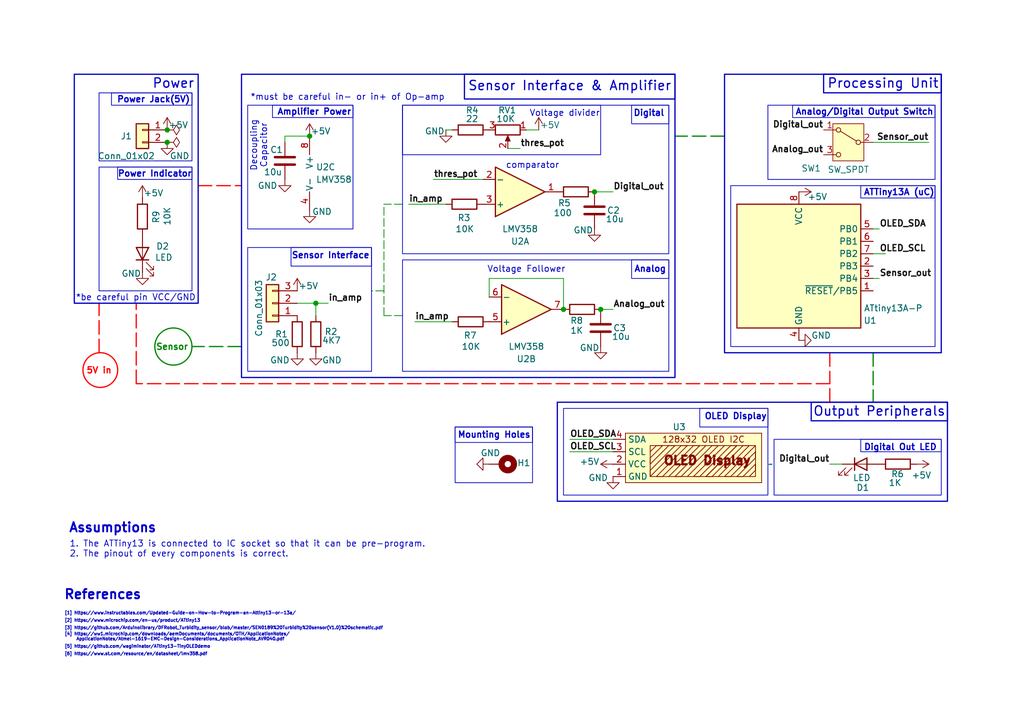
<source format=kicad_sch>
(kicad_sch
	(version 20231120)
	(generator "eeschema")
	(generator_version "8.0")
	(uuid "e0b56494-58dc-401d-9a1a-f711a1d8148e")
	(paper "A5")
	(title_block
		(title "Turbidity Meter based on ATTiny13")
		(date "2024-12-04")
		(rev "1.0")
		(company "Bandung Institute of Technology (ITB)")
		(comment 1 "Bostang Palaguna")
		(comment 2 "Designed By:")
	)
	(lib_symbols
		(symbol "Amplifier_Operational:LMV358"
			(pin_names
				(offset 0.127)
			)
			(exclude_from_sim no)
			(in_bom yes)
			(on_board yes)
			(property "Reference" "U"
				(at 0 5.08 0)
				(effects
					(font
						(size 1.27 1.27)
					)
					(justify left)
				)
			)
			(property "Value" "LMV358"
				(at 0 -5.08 0)
				(effects
					(font
						(size 1.27 1.27)
					)
					(justify left)
				)
			)
			(property "Footprint" ""
				(at 0 0 0)
				(effects
					(font
						(size 1.27 1.27)
					)
					(hide yes)
				)
			)
			(property "Datasheet" "http://www.ti.com/lit/ds/symlink/lmv324.pdf"
				(at 0 0 0)
				(effects
					(font
						(size 1.27 1.27)
					)
					(hide yes)
				)
			)
			(property "Description" "Dual Low-Voltage Rail-to-Rail Output Operational Amplifiers, SOIC-8/SSOP-8"
				(at 0 0 0)
				(effects
					(font
						(size 1.27 1.27)
					)
					(hide yes)
				)
			)
			(property "ki_locked" ""
				(at 0 0 0)
				(effects
					(font
						(size 1.27 1.27)
					)
				)
			)
			(property "ki_keywords" "single opamp"
				(at 0 0 0)
				(effects
					(font
						(size 1.27 1.27)
					)
					(hide yes)
				)
			)
			(property "ki_fp_filters" "SOIC*3.9x4.9mm*P1.27mm* DIP*W7.62mm* TO*99* OnSemi*Micro8* TSSOP*3x3mm*P0.65mm* TSSOP*4.4x3mm*P0.65mm* MSOP*3x3mm*P0.65mm* SSOP*3.9x4.9mm*P0.635mm* LFCSP*2x2mm*P0.5mm* *SIP* SOIC*5.3x6.2mm*P1.27mm*"
				(at 0 0 0)
				(effects
					(font
						(size 1.27 1.27)
					)
					(hide yes)
				)
			)
			(symbol "LMV358_1_1"
				(polyline
					(pts
						(xy -5.08 5.08) (xy 5.08 0) (xy -5.08 -5.08) (xy -5.08 5.08)
					)
					(stroke
						(width 0.254)
						(type default)
					)
					(fill
						(type background)
					)
				)
				(pin output line
					(at 7.62 0 180)
					(length 2.54)
					(name "~"
						(effects
							(font
								(size 1.27 1.27)
							)
						)
					)
					(number "1"
						(effects
							(font
								(size 1.27 1.27)
							)
						)
					)
				)
				(pin input line
					(at -7.62 -2.54 0)
					(length 2.54)
					(name "-"
						(effects
							(font
								(size 1.27 1.27)
							)
						)
					)
					(number "2"
						(effects
							(font
								(size 1.27 1.27)
							)
						)
					)
				)
				(pin input line
					(at -7.62 2.54 0)
					(length 2.54)
					(name "+"
						(effects
							(font
								(size 1.27 1.27)
							)
						)
					)
					(number "3"
						(effects
							(font
								(size 1.27 1.27)
							)
						)
					)
				)
			)
			(symbol "LMV358_2_1"
				(polyline
					(pts
						(xy -5.08 5.08) (xy 5.08 0) (xy -5.08 -5.08) (xy -5.08 5.08)
					)
					(stroke
						(width 0.254)
						(type default)
					)
					(fill
						(type background)
					)
				)
				(pin input line
					(at -7.62 2.54 0)
					(length 2.54)
					(name "+"
						(effects
							(font
								(size 1.27 1.27)
							)
						)
					)
					(number "5"
						(effects
							(font
								(size 1.27 1.27)
							)
						)
					)
				)
				(pin input line
					(at -7.62 -2.54 0)
					(length 2.54)
					(name "-"
						(effects
							(font
								(size 1.27 1.27)
							)
						)
					)
					(number "6"
						(effects
							(font
								(size 1.27 1.27)
							)
						)
					)
				)
				(pin output line
					(at 7.62 0 180)
					(length 2.54)
					(name "~"
						(effects
							(font
								(size 1.27 1.27)
							)
						)
					)
					(number "7"
						(effects
							(font
								(size 1.27 1.27)
							)
						)
					)
				)
			)
			(symbol "LMV358_3_1"
				(pin power_in line
					(at -2.54 -7.62 90)
					(length 3.81)
					(name "V-"
						(effects
							(font
								(size 1.27 1.27)
							)
						)
					)
					(number "4"
						(effects
							(font
								(size 1.27 1.27)
							)
						)
					)
				)
				(pin power_in line
					(at -2.54 7.62 270)
					(length 3.81)
					(name "V+"
						(effects
							(font
								(size 1.27 1.27)
							)
						)
					)
					(number "8"
						(effects
							(font
								(size 1.27 1.27)
							)
						)
					)
				)
			)
		)
		(symbol "Connector_Generic:Conn_01x02"
			(pin_names
				(offset 1.016) hide)
			(exclude_from_sim no)
			(in_bom yes)
			(on_board yes)
			(property "Reference" "J"
				(at 0 2.54 0)
				(effects
					(font
						(size 1.27 1.27)
					)
				)
			)
			(property "Value" "Conn_01x02"
				(at 0 -5.08 0)
				(effects
					(font
						(size 1.27 1.27)
					)
				)
			)
			(property "Footprint" ""
				(at 0 0 0)
				(effects
					(font
						(size 1.27 1.27)
					)
					(hide yes)
				)
			)
			(property "Datasheet" "~"
				(at 0 0 0)
				(effects
					(font
						(size 1.27 1.27)
					)
					(hide yes)
				)
			)
			(property "Description" "Generic connector, single row, 01x02, script generated (kicad-library-utils/schlib/autogen/connector/)"
				(at 0 0 0)
				(effects
					(font
						(size 1.27 1.27)
					)
					(hide yes)
				)
			)
			(property "ki_keywords" "connector"
				(at 0 0 0)
				(effects
					(font
						(size 1.27 1.27)
					)
					(hide yes)
				)
			)
			(property "ki_fp_filters" "Connector*:*_1x??_*"
				(at 0 0 0)
				(effects
					(font
						(size 1.27 1.27)
					)
					(hide yes)
				)
			)
			(symbol "Conn_01x02_1_1"
				(rectangle
					(start -1.27 -2.413)
					(end 0 -2.667)
					(stroke
						(width 0.1524)
						(type default)
					)
					(fill
						(type none)
					)
				)
				(rectangle
					(start -1.27 0.127)
					(end 0 -0.127)
					(stroke
						(width 0.1524)
						(type default)
					)
					(fill
						(type none)
					)
				)
				(rectangle
					(start -1.27 1.27)
					(end 1.27 -3.81)
					(stroke
						(width 0.254)
						(type default)
					)
					(fill
						(type background)
					)
				)
				(pin passive line
					(at -5.08 0 0)
					(length 3.81)
					(name "Pin_1"
						(effects
							(font
								(size 1.27 1.27)
							)
						)
					)
					(number "1"
						(effects
							(font
								(size 1.27 1.27)
							)
						)
					)
				)
				(pin passive line
					(at -5.08 -2.54 0)
					(length 3.81)
					(name "Pin_2"
						(effects
							(font
								(size 1.27 1.27)
							)
						)
					)
					(number "2"
						(effects
							(font
								(size 1.27 1.27)
							)
						)
					)
				)
			)
		)
		(symbol "Connector_Generic:Conn_01x03"
			(pin_names
				(offset 1.016) hide)
			(exclude_from_sim no)
			(in_bom yes)
			(on_board yes)
			(property "Reference" "J"
				(at 0 5.08 0)
				(effects
					(font
						(size 1.27 1.27)
					)
				)
			)
			(property "Value" "Conn_01x03"
				(at 0 -5.08 0)
				(effects
					(font
						(size 1.27 1.27)
					)
				)
			)
			(property "Footprint" ""
				(at 0 0 0)
				(effects
					(font
						(size 1.27 1.27)
					)
					(hide yes)
				)
			)
			(property "Datasheet" "~"
				(at 0 0 0)
				(effects
					(font
						(size 1.27 1.27)
					)
					(hide yes)
				)
			)
			(property "Description" "Generic connector, single row, 01x03, script generated (kicad-library-utils/schlib/autogen/connector/)"
				(at 0 0 0)
				(effects
					(font
						(size 1.27 1.27)
					)
					(hide yes)
				)
			)
			(property "ki_keywords" "connector"
				(at 0 0 0)
				(effects
					(font
						(size 1.27 1.27)
					)
					(hide yes)
				)
			)
			(property "ki_fp_filters" "Connector*:*_1x??_*"
				(at 0 0 0)
				(effects
					(font
						(size 1.27 1.27)
					)
					(hide yes)
				)
			)
			(symbol "Conn_01x03_1_1"
				(rectangle
					(start -1.27 -2.413)
					(end 0 -2.667)
					(stroke
						(width 0.1524)
						(type default)
					)
					(fill
						(type none)
					)
				)
				(rectangle
					(start -1.27 0.127)
					(end 0 -0.127)
					(stroke
						(width 0.1524)
						(type default)
					)
					(fill
						(type none)
					)
				)
				(rectangle
					(start -1.27 2.667)
					(end 0 2.413)
					(stroke
						(width 0.1524)
						(type default)
					)
					(fill
						(type none)
					)
				)
				(rectangle
					(start -1.27 3.81)
					(end 1.27 -3.81)
					(stroke
						(width 0.254)
						(type default)
					)
					(fill
						(type background)
					)
				)
				(pin passive line
					(at -5.08 2.54 0)
					(length 3.81)
					(name "Pin_1"
						(effects
							(font
								(size 1.27 1.27)
							)
						)
					)
					(number "1"
						(effects
							(font
								(size 1.27 1.27)
							)
						)
					)
				)
				(pin passive line
					(at -5.08 0 0)
					(length 3.81)
					(name "Pin_2"
						(effects
							(font
								(size 1.27 1.27)
							)
						)
					)
					(number "2"
						(effects
							(font
								(size 1.27 1.27)
							)
						)
					)
				)
				(pin passive line
					(at -5.08 -2.54 0)
					(length 3.81)
					(name "Pin_3"
						(effects
							(font
								(size 1.27 1.27)
							)
						)
					)
					(number "3"
						(effects
							(font
								(size 1.27 1.27)
							)
						)
					)
				)
			)
		)
		(symbol "Device:C"
			(pin_numbers hide)
			(pin_names
				(offset 0.254)
			)
			(exclude_from_sim no)
			(in_bom yes)
			(on_board yes)
			(property "Reference" "C"
				(at 0.635 2.54 0)
				(effects
					(font
						(size 1.27 1.27)
					)
					(justify left)
				)
			)
			(property "Value" "C"
				(at 0.635 -2.54 0)
				(effects
					(font
						(size 1.27 1.27)
					)
					(justify left)
				)
			)
			(property "Footprint" ""
				(at 0.9652 -3.81 0)
				(effects
					(font
						(size 1.27 1.27)
					)
					(hide yes)
				)
			)
			(property "Datasheet" "~"
				(at 0 0 0)
				(effects
					(font
						(size 1.27 1.27)
					)
					(hide yes)
				)
			)
			(property "Description" "Unpolarized capacitor"
				(at 0 0 0)
				(effects
					(font
						(size 1.27 1.27)
					)
					(hide yes)
				)
			)
			(property "ki_keywords" "cap capacitor"
				(at 0 0 0)
				(effects
					(font
						(size 1.27 1.27)
					)
					(hide yes)
				)
			)
			(property "ki_fp_filters" "C_*"
				(at 0 0 0)
				(effects
					(font
						(size 1.27 1.27)
					)
					(hide yes)
				)
			)
			(symbol "C_0_1"
				(polyline
					(pts
						(xy -2.032 -0.762) (xy 2.032 -0.762)
					)
					(stroke
						(width 0.508)
						(type default)
					)
					(fill
						(type none)
					)
				)
				(polyline
					(pts
						(xy -2.032 0.762) (xy 2.032 0.762)
					)
					(stroke
						(width 0.508)
						(type default)
					)
					(fill
						(type none)
					)
				)
			)
			(symbol "C_1_1"
				(pin passive line
					(at 0 3.81 270)
					(length 2.794)
					(name "~"
						(effects
							(font
								(size 1.27 1.27)
							)
						)
					)
					(number "1"
						(effects
							(font
								(size 1.27 1.27)
							)
						)
					)
				)
				(pin passive line
					(at 0 -3.81 90)
					(length 2.794)
					(name "~"
						(effects
							(font
								(size 1.27 1.27)
							)
						)
					)
					(number "2"
						(effects
							(font
								(size 1.27 1.27)
							)
						)
					)
				)
			)
		)
		(symbol "Device:LED"
			(pin_numbers hide)
			(pin_names
				(offset 1.016) hide)
			(exclude_from_sim no)
			(in_bom yes)
			(on_board yes)
			(property "Reference" "D"
				(at 0 2.54 0)
				(effects
					(font
						(size 1.27 1.27)
					)
				)
			)
			(property "Value" "LED"
				(at 0 -2.54 0)
				(effects
					(font
						(size 1.27 1.27)
					)
				)
			)
			(property "Footprint" ""
				(at 0 0 0)
				(effects
					(font
						(size 1.27 1.27)
					)
					(hide yes)
				)
			)
			(property "Datasheet" "~"
				(at 0 0 0)
				(effects
					(font
						(size 1.27 1.27)
					)
					(hide yes)
				)
			)
			(property "Description" "Light emitting diode"
				(at 0 0 0)
				(effects
					(font
						(size 1.27 1.27)
					)
					(hide yes)
				)
			)
			(property "ki_keywords" "LED diode"
				(at 0 0 0)
				(effects
					(font
						(size 1.27 1.27)
					)
					(hide yes)
				)
			)
			(property "ki_fp_filters" "LED* LED_SMD:* LED_THT:*"
				(at 0 0 0)
				(effects
					(font
						(size 1.27 1.27)
					)
					(hide yes)
				)
			)
			(symbol "LED_0_1"
				(polyline
					(pts
						(xy -1.27 -1.27) (xy -1.27 1.27)
					)
					(stroke
						(width 0.254)
						(type default)
					)
					(fill
						(type none)
					)
				)
				(polyline
					(pts
						(xy -1.27 0) (xy 1.27 0)
					)
					(stroke
						(width 0)
						(type default)
					)
					(fill
						(type none)
					)
				)
				(polyline
					(pts
						(xy 1.27 -1.27) (xy 1.27 1.27) (xy -1.27 0) (xy 1.27 -1.27)
					)
					(stroke
						(width 0.254)
						(type default)
					)
					(fill
						(type none)
					)
				)
				(polyline
					(pts
						(xy -3.048 -0.762) (xy -4.572 -2.286) (xy -3.81 -2.286) (xy -4.572 -2.286) (xy -4.572 -1.524)
					)
					(stroke
						(width 0)
						(type default)
					)
					(fill
						(type none)
					)
				)
				(polyline
					(pts
						(xy -1.778 -0.762) (xy -3.302 -2.286) (xy -2.54 -2.286) (xy -3.302 -2.286) (xy -3.302 -1.524)
					)
					(stroke
						(width 0)
						(type default)
					)
					(fill
						(type none)
					)
				)
			)
			(symbol "LED_1_1"
				(pin passive line
					(at -3.81 0 0)
					(length 2.54)
					(name "K"
						(effects
							(font
								(size 1.27 1.27)
							)
						)
					)
					(number "1"
						(effects
							(font
								(size 1.27 1.27)
							)
						)
					)
				)
				(pin passive line
					(at 3.81 0 180)
					(length 2.54)
					(name "A"
						(effects
							(font
								(size 1.27 1.27)
							)
						)
					)
					(number "2"
						(effects
							(font
								(size 1.27 1.27)
							)
						)
					)
				)
			)
		)
		(symbol "Device:R"
			(pin_numbers hide)
			(pin_names
				(offset 0)
			)
			(exclude_from_sim no)
			(in_bom yes)
			(on_board yes)
			(property "Reference" "R"
				(at 2.032 0 90)
				(effects
					(font
						(size 1.27 1.27)
					)
				)
			)
			(property "Value" "R"
				(at 0 0 90)
				(effects
					(font
						(size 1.27 1.27)
					)
				)
			)
			(property "Footprint" ""
				(at -1.778 0 90)
				(effects
					(font
						(size 1.27 1.27)
					)
					(hide yes)
				)
			)
			(property "Datasheet" "~"
				(at 0 0 0)
				(effects
					(font
						(size 1.27 1.27)
					)
					(hide yes)
				)
			)
			(property "Description" "Resistor"
				(at 0 0 0)
				(effects
					(font
						(size 1.27 1.27)
					)
					(hide yes)
				)
			)
			(property "ki_keywords" "R res resistor"
				(at 0 0 0)
				(effects
					(font
						(size 1.27 1.27)
					)
					(hide yes)
				)
			)
			(property "ki_fp_filters" "R_*"
				(at 0 0 0)
				(effects
					(font
						(size 1.27 1.27)
					)
					(hide yes)
				)
			)
			(symbol "R_0_1"
				(rectangle
					(start -1.016 -2.54)
					(end 1.016 2.54)
					(stroke
						(width 0.254)
						(type default)
					)
					(fill
						(type none)
					)
				)
			)
			(symbol "R_1_1"
				(pin passive line
					(at 0 3.81 270)
					(length 1.27)
					(name "~"
						(effects
							(font
								(size 1.27 1.27)
							)
						)
					)
					(number "1"
						(effects
							(font
								(size 1.27 1.27)
							)
						)
					)
				)
				(pin passive line
					(at 0 -3.81 90)
					(length 1.27)
					(name "~"
						(effects
							(font
								(size 1.27 1.27)
							)
						)
					)
					(number "2"
						(effects
							(font
								(size 1.27 1.27)
							)
						)
					)
				)
			)
		)
		(symbol "Device:R_Potentiometer"
			(pin_names
				(offset 1.016) hide)
			(exclude_from_sim no)
			(in_bom yes)
			(on_board yes)
			(property "Reference" "RV"
				(at -4.445 0 90)
				(effects
					(font
						(size 1.27 1.27)
					)
				)
			)
			(property "Value" "R_Potentiometer"
				(at -2.54 0 90)
				(effects
					(font
						(size 1.27 1.27)
					)
				)
			)
			(property "Footprint" ""
				(at 0 0 0)
				(effects
					(font
						(size 1.27 1.27)
					)
					(hide yes)
				)
			)
			(property "Datasheet" "~"
				(at 0 0 0)
				(effects
					(font
						(size 1.27 1.27)
					)
					(hide yes)
				)
			)
			(property "Description" "Potentiometer"
				(at 0 0 0)
				(effects
					(font
						(size 1.27 1.27)
					)
					(hide yes)
				)
			)
			(property "ki_keywords" "resistor variable"
				(at 0 0 0)
				(effects
					(font
						(size 1.27 1.27)
					)
					(hide yes)
				)
			)
			(property "ki_fp_filters" "Potentiometer*"
				(at 0 0 0)
				(effects
					(font
						(size 1.27 1.27)
					)
					(hide yes)
				)
			)
			(symbol "R_Potentiometer_0_1"
				(polyline
					(pts
						(xy 2.54 0) (xy 1.524 0)
					)
					(stroke
						(width 0)
						(type default)
					)
					(fill
						(type none)
					)
				)
				(polyline
					(pts
						(xy 1.143 0) (xy 2.286 0.508) (xy 2.286 -0.508) (xy 1.143 0)
					)
					(stroke
						(width 0)
						(type default)
					)
					(fill
						(type outline)
					)
				)
				(rectangle
					(start 1.016 2.54)
					(end -1.016 -2.54)
					(stroke
						(width 0.254)
						(type default)
					)
					(fill
						(type none)
					)
				)
			)
			(symbol "R_Potentiometer_1_1"
				(pin passive line
					(at 0 3.81 270)
					(length 1.27)
					(name "1"
						(effects
							(font
								(size 1.27 1.27)
							)
						)
					)
					(number "1"
						(effects
							(font
								(size 1.27 1.27)
							)
						)
					)
				)
				(pin passive line
					(at 3.81 0 180)
					(length 1.27)
					(name "2"
						(effects
							(font
								(size 1.27 1.27)
							)
						)
					)
					(number "2"
						(effects
							(font
								(size 1.27 1.27)
							)
						)
					)
				)
				(pin passive line
					(at 0 -3.81 90)
					(length 1.27)
					(name "3"
						(effects
							(font
								(size 1.27 1.27)
							)
						)
					)
					(number "3"
						(effects
							(font
								(size 1.27 1.27)
							)
						)
					)
				)
			)
		)
		(symbol "MCU_Microchip_ATtiny:ATtiny13A-P"
			(exclude_from_sim no)
			(in_bom yes)
			(on_board yes)
			(property "Reference" "U"
				(at -12.7 13.97 0)
				(effects
					(font
						(size 1.27 1.27)
					)
					(justify left bottom)
				)
			)
			(property "Value" "ATtiny13A-P"
				(at 2.54 -13.97 0)
				(effects
					(font
						(size 1.27 1.27)
					)
					(justify left top)
				)
			)
			(property "Footprint" "Package_DIP:DIP-8_W7.62mm"
				(at 0 0 0)
				(effects
					(font
						(size 1.27 1.27)
						(italic yes)
					)
					(hide yes)
				)
			)
			(property "Datasheet" "http://ww1.microchip.com/downloads/en/DeviceDoc/doc8126.pdf"
				(at 0 0 0)
				(effects
					(font
						(size 1.27 1.27)
					)
					(hide yes)
				)
			)
			(property "Description" "20MHz, 1kB Flash, 64B SRAM, 64B EEPROM, debugWIRE, DIP-8"
				(at 0 0 0)
				(effects
					(font
						(size 1.27 1.27)
					)
					(hide yes)
				)
			)
			(property "ki_keywords" "AVR 8bit Microcontroller tinyAVR"
				(at 0 0 0)
				(effects
					(font
						(size 1.27 1.27)
					)
					(hide yes)
				)
			)
			(property "ki_fp_filters" "DIP*W7.62mm*"
				(at 0 0 0)
				(effects
					(font
						(size 1.27 1.27)
					)
					(hide yes)
				)
			)
			(symbol "ATtiny13A-P_0_1"
				(rectangle
					(start -12.7 -12.7)
					(end 12.7 12.7)
					(stroke
						(width 0.254)
						(type default)
					)
					(fill
						(type background)
					)
				)
			)
			(symbol "ATtiny13A-P_1_1"
				(pin bidirectional line
					(at 15.24 -5.08 180)
					(length 2.54)
					(name "~{RESET}/PB5"
						(effects
							(font
								(size 1.27 1.27)
							)
						)
					)
					(number "1"
						(effects
							(font
								(size 1.27 1.27)
							)
						)
					)
				)
				(pin bidirectional line
					(at 15.24 0 180)
					(length 2.54)
					(name "PB3"
						(effects
							(font
								(size 1.27 1.27)
							)
						)
					)
					(number "2"
						(effects
							(font
								(size 1.27 1.27)
							)
						)
					)
				)
				(pin bidirectional line
					(at 15.24 -2.54 180)
					(length 2.54)
					(name "PB4"
						(effects
							(font
								(size 1.27 1.27)
							)
						)
					)
					(number "3"
						(effects
							(font
								(size 1.27 1.27)
							)
						)
					)
				)
				(pin power_in line
					(at 0 -15.24 90)
					(length 2.54)
					(name "GND"
						(effects
							(font
								(size 1.27 1.27)
							)
						)
					)
					(number "4"
						(effects
							(font
								(size 1.27 1.27)
							)
						)
					)
				)
				(pin bidirectional line
					(at 15.24 7.62 180)
					(length 2.54)
					(name "PB0"
						(effects
							(font
								(size 1.27 1.27)
							)
						)
					)
					(number "5"
						(effects
							(font
								(size 1.27 1.27)
							)
						)
					)
				)
				(pin bidirectional line
					(at 15.24 5.08 180)
					(length 2.54)
					(name "PB1"
						(effects
							(font
								(size 1.27 1.27)
							)
						)
					)
					(number "6"
						(effects
							(font
								(size 1.27 1.27)
							)
						)
					)
				)
				(pin bidirectional line
					(at 15.24 2.54 180)
					(length 2.54)
					(name "PB2"
						(effects
							(font
								(size 1.27 1.27)
							)
						)
					)
					(number "7"
						(effects
							(font
								(size 1.27 1.27)
							)
						)
					)
				)
				(pin power_in line
					(at 0 15.24 270)
					(length 2.54)
					(name "VCC"
						(effects
							(font
								(size 1.27 1.27)
							)
						)
					)
					(number "8"
						(effects
							(font
								(size 1.27 1.27)
							)
						)
					)
				)
			)
		)
		(symbol "Mechanical:MountingHole_Pad"
			(pin_numbers hide)
			(pin_names
				(offset 1.016) hide)
			(exclude_from_sim yes)
			(in_bom no)
			(on_board yes)
			(property "Reference" "H"
				(at 0 6.35 0)
				(effects
					(font
						(size 1.27 1.27)
					)
				)
			)
			(property "Value" "MountingHole_Pad"
				(at 0 4.445 0)
				(effects
					(font
						(size 1.27 1.27)
					)
				)
			)
			(property "Footprint" ""
				(at 0 0 0)
				(effects
					(font
						(size 1.27 1.27)
					)
					(hide yes)
				)
			)
			(property "Datasheet" "~"
				(at 0 0 0)
				(effects
					(font
						(size 1.27 1.27)
					)
					(hide yes)
				)
			)
			(property "Description" "Mounting Hole with connection"
				(at 0 0 0)
				(effects
					(font
						(size 1.27 1.27)
					)
					(hide yes)
				)
			)
			(property "ki_keywords" "mounting hole"
				(at 0 0 0)
				(effects
					(font
						(size 1.27 1.27)
					)
					(hide yes)
				)
			)
			(property "ki_fp_filters" "MountingHole*Pad*"
				(at 0 0 0)
				(effects
					(font
						(size 1.27 1.27)
					)
					(hide yes)
				)
			)
			(symbol "MountingHole_Pad_0_1"
				(circle
					(center 0 1.27)
					(radius 1.27)
					(stroke
						(width 1.27)
						(type default)
					)
					(fill
						(type none)
					)
				)
			)
			(symbol "MountingHole_Pad_1_1"
				(pin input line
					(at 0 -2.54 90)
					(length 2.54)
					(name "1"
						(effects
							(font
								(size 1.27 1.27)
							)
						)
					)
					(number "1"
						(effects
							(font
								(size 1.27 1.27)
							)
						)
					)
				)
			)
		)
		(symbol "Switch:SW_SPDT"
			(pin_names
				(offset 0) hide)
			(exclude_from_sim no)
			(in_bom yes)
			(on_board yes)
			(property "Reference" "SW"
				(at 0 5.08 0)
				(effects
					(font
						(size 1.27 1.27)
					)
				)
			)
			(property "Value" "SW_SPDT"
				(at 0 -5.08 0)
				(effects
					(font
						(size 1.27 1.27)
					)
				)
			)
			(property "Footprint" ""
				(at 0 0 0)
				(effects
					(font
						(size 1.27 1.27)
					)
					(hide yes)
				)
			)
			(property "Datasheet" "~"
				(at 0 -7.62 0)
				(effects
					(font
						(size 1.27 1.27)
					)
					(hide yes)
				)
			)
			(property "Description" "Switch, single pole double throw"
				(at 0 0 0)
				(effects
					(font
						(size 1.27 1.27)
					)
					(hide yes)
				)
			)
			(property "ki_keywords" "switch single-pole double-throw spdt ON-ON"
				(at 0 0 0)
				(effects
					(font
						(size 1.27 1.27)
					)
					(hide yes)
				)
			)
			(symbol "SW_SPDT_0_1"
				(circle
					(center -2.032 0)
					(radius 0.4572)
					(stroke
						(width 0)
						(type default)
					)
					(fill
						(type none)
					)
				)
				(polyline
					(pts
						(xy -1.651 0.254) (xy 1.651 2.286)
					)
					(stroke
						(width 0)
						(type default)
					)
					(fill
						(type none)
					)
				)
				(circle
					(center 2.032 -2.54)
					(radius 0.4572)
					(stroke
						(width 0)
						(type default)
					)
					(fill
						(type none)
					)
				)
				(circle
					(center 2.032 2.54)
					(radius 0.4572)
					(stroke
						(width 0)
						(type default)
					)
					(fill
						(type none)
					)
				)
			)
			(symbol "SW_SPDT_1_1"
				(rectangle
					(start -3.175 3.81)
					(end 3.175 -3.81)
					(stroke
						(width 0)
						(type default)
					)
					(fill
						(type background)
					)
				)
				(pin passive line
					(at 5.08 2.54 180)
					(length 2.54)
					(name "A"
						(effects
							(font
								(size 1.27 1.27)
							)
						)
					)
					(number "1"
						(effects
							(font
								(size 1.27 1.27)
							)
						)
					)
				)
				(pin passive line
					(at -5.08 0 0)
					(length 2.54)
					(name "B"
						(effects
							(font
								(size 1.27 1.27)
							)
						)
					)
					(number "2"
						(effects
							(font
								(size 1.27 1.27)
							)
						)
					)
				)
				(pin passive line
					(at 5.08 -2.54 180)
					(length 2.54)
					(name "C"
						(effects
							(font
								(size 1.27 1.27)
							)
						)
					)
					(number "3"
						(effects
							(font
								(size 1.27 1.27)
							)
						)
					)
				)
			)
		)
		(symbol "TurbidityComponents:oled128x32"
			(exclude_from_sim no)
			(in_bom yes)
			(on_board yes)
			(property "Reference" "U"
				(at -8.89 6.35 0)
				(effects
					(font
						(size 1.27 1.27)
					)
				)
			)
			(property "Value" ""
				(at -8.89 6.35 0)
				(effects
					(font
						(size 1.27 1.27)
					)
				)
			)
			(property "Footprint" ""
				(at -8.89 6.35 0)
				(effects
					(font
						(size 1.27 1.27)
					)
					(hide yes)
				)
			)
			(property "Datasheet" ""
				(at -8.89 6.35 0)
				(effects
					(font
						(size 1.27 1.27)
					)
					(hide yes)
				)
			)
			(property "Description" ""
				(at -8.89 6.35 0)
				(effects
					(font
						(size 1.27 1.27)
					)
					(hide yes)
				)
			)
			(symbol "oled128x32_1_1"
				(rectangle
					(start -12.7 5.08)
					(end 15.24 -5.08)
					(stroke
						(width 0)
						(type default)
					)
					(fill
						(type background)
					)
				)
				(rectangle
					(start -7.62 2.54)
					(end 13.97 -3.81)
					(stroke
						(width 0)
						(type default)
					)
					(fill
						(type none)
					)
				)
				(polyline
					(pts
						(xy 3.81 2.54) (xy -2.54 -3.81) (xy -1.27 -3.81) (xy 5.08 2.54) (xy 6.35 2.54) (xy 0 -3.81)
					)
					(stroke
						(width 0)
						(type default)
					)
					(fill
						(type none)
					)
				)
				(polyline
					(pts
						(xy 7.62 2.54) (xy 1.27 -3.81) (xy 2.54 -3.81) (xy 8.89 2.54) (xy 10.16 2.54) (xy 3.81 -3.81)
					)
					(stroke
						(width 0)
						(type default)
					)
					(fill
						(type none)
					)
				)
				(polyline
					(pts
						(xy 10.16 2.54) (xy 3.81 -3.81) (xy 5.08 -3.81) (xy 11.43 2.54) (xy 12.7 2.54) (xy 6.35 -3.81)
					)
					(stroke
						(width 0)
						(type default)
					)
					(fill
						(type none)
					)
				)
				(polyline
					(pts
						(xy 13.97 2.54) (xy 7.62 -3.81) (xy 8.89 -3.81) (xy 13.97 1.27) (xy 13.97 0) (xy 10.16 -3.81)
						(xy 11.43 -3.81) (xy 13.97 -1.27) (xy 13.97 -2.54) (xy 12.7 -3.81)
					)
					(stroke
						(width 0)
						(type default)
					)
					(fill
						(type none)
					)
				)
				(polyline
					(pts
						(xy -7.62 1.27) (xy -6.35 2.54) (xy -5.08 2.54) (xy -7.62 0) (xy -7.62 -1.27) (xy -3.81 2.54)
						(xy -2.54 2.54) (xy -7.62 -2.54) (xy -7.62 -3.81) (xy -1.27 2.54) (xy 0 2.54) (xy -6.35 -3.81)
						(xy -5.08 -3.81) (xy 1.27 2.54) (xy 2.54 2.54) (xy -3.81 -3.81)
					)
					(stroke
						(width 0)
						(type default)
					)
					(fill
						(type none)
					)
				)
				(text "128x32 OLED I2C"
					(at 3.302 3.81 0)
					(effects
						(font
							(size 1.27 1.27)
						)
					)
				)
				(text "OLED Display"
					(at 4.064 -0.508 0)
					(effects
						(font
							(size 1.778 1.778)
							(thickness 0.508)
							(bold yes)
						)
					)
				)
				(pin bidirectional line
					(at -15.24 -3.81 0)
					(length 2.54)
					(name "GND"
						(effects
							(font
								(size 1.27 1.27)
							)
						)
					)
					(number "1"
						(effects
							(font
								(size 1.27 1.27)
							)
						)
					)
				)
				(pin power_in line
					(at -15.24 -1.27 0)
					(length 2.54)
					(name "VCC"
						(effects
							(font
								(size 1.27 1.27)
							)
						)
					)
					(number "2"
						(effects
							(font
								(size 1.27 1.27)
							)
						)
					)
				)
				(pin bidirectional line
					(at -15.24 1.27 0)
					(length 2.54)
					(name "SCL"
						(effects
							(font
								(size 1.27 1.27)
							)
						)
					)
					(number "3"
						(effects
							(font
								(size 1.27 1.27)
							)
						)
					)
				)
				(pin bidirectional line
					(at -15.24 3.81 0)
					(length 2.54)
					(name "SDA"
						(effects
							(font
								(size 1.27 1.27)
							)
						)
					)
					(number "4"
						(effects
							(font
								(size 1.27 1.27)
							)
						)
					)
				)
			)
		)
		(symbol "power:+5V"
			(power)
			(pin_numbers hide)
			(pin_names
				(offset 0) hide)
			(exclude_from_sim no)
			(in_bom yes)
			(on_board yes)
			(property "Reference" "#PWR"
				(at 0 -3.81 0)
				(effects
					(font
						(size 1.27 1.27)
					)
					(hide yes)
				)
			)
			(property "Value" "+5V"
				(at 0 3.556 0)
				(effects
					(font
						(size 1.27 1.27)
					)
				)
			)
			(property "Footprint" ""
				(at 0 0 0)
				(effects
					(font
						(size 1.27 1.27)
					)
					(hide yes)
				)
			)
			(property "Datasheet" ""
				(at 0 0 0)
				(effects
					(font
						(size 1.27 1.27)
					)
					(hide yes)
				)
			)
			(property "Description" "Power symbol creates a global label with name \"+5V\""
				(at 0 0 0)
				(effects
					(font
						(size 1.27 1.27)
					)
					(hide yes)
				)
			)
			(property "ki_keywords" "global power"
				(at 0 0 0)
				(effects
					(font
						(size 1.27 1.27)
					)
					(hide yes)
				)
			)
			(symbol "+5V_0_1"
				(polyline
					(pts
						(xy -0.762 1.27) (xy 0 2.54)
					)
					(stroke
						(width 0)
						(type default)
					)
					(fill
						(type none)
					)
				)
				(polyline
					(pts
						(xy 0 0) (xy 0 2.54)
					)
					(stroke
						(width 0)
						(type default)
					)
					(fill
						(type none)
					)
				)
				(polyline
					(pts
						(xy 0 2.54) (xy 0.762 1.27)
					)
					(stroke
						(width 0)
						(type default)
					)
					(fill
						(type none)
					)
				)
			)
			(symbol "+5V_1_1"
				(pin power_in line
					(at 0 0 90)
					(length 0)
					(name "~"
						(effects
							(font
								(size 1.27 1.27)
							)
						)
					)
					(number "1"
						(effects
							(font
								(size 1.27 1.27)
							)
						)
					)
				)
			)
		)
		(symbol "power:GND"
			(power)
			(pin_numbers hide)
			(pin_names
				(offset 0) hide)
			(exclude_from_sim no)
			(in_bom yes)
			(on_board yes)
			(property "Reference" "#PWR"
				(at 0 -6.35 0)
				(effects
					(font
						(size 1.27 1.27)
					)
					(hide yes)
				)
			)
			(property "Value" "GND"
				(at 0 -3.81 0)
				(effects
					(font
						(size 1.27 1.27)
					)
				)
			)
			(property "Footprint" ""
				(at 0 0 0)
				(effects
					(font
						(size 1.27 1.27)
					)
					(hide yes)
				)
			)
			(property "Datasheet" ""
				(at 0 0 0)
				(effects
					(font
						(size 1.27 1.27)
					)
					(hide yes)
				)
			)
			(property "Description" "Power symbol creates a global label with name \"GND\" , ground"
				(at 0 0 0)
				(effects
					(font
						(size 1.27 1.27)
					)
					(hide yes)
				)
			)
			(property "ki_keywords" "global power"
				(at 0 0 0)
				(effects
					(font
						(size 1.27 1.27)
					)
					(hide yes)
				)
			)
			(symbol "GND_0_1"
				(polyline
					(pts
						(xy 0 0) (xy 0 -1.27) (xy 1.27 -1.27) (xy 0 -2.54) (xy -1.27 -1.27) (xy 0 -1.27)
					)
					(stroke
						(width 0)
						(type default)
					)
					(fill
						(type none)
					)
				)
			)
			(symbol "GND_1_1"
				(pin power_in line
					(at 0 0 270)
					(length 0)
					(name "~"
						(effects
							(font
								(size 1.27 1.27)
							)
						)
					)
					(number "1"
						(effects
							(font
								(size 1.27 1.27)
							)
						)
					)
				)
			)
		)
		(symbol "power:PWR_FLAG"
			(power)
			(pin_numbers hide)
			(pin_names
				(offset 0) hide)
			(exclude_from_sim no)
			(in_bom yes)
			(on_board yes)
			(property "Reference" "#FLG"
				(at 0 1.905 0)
				(effects
					(font
						(size 1.27 1.27)
					)
					(hide yes)
				)
			)
			(property "Value" "PWR_FLAG"
				(at 0 3.81 0)
				(effects
					(font
						(size 1.27 1.27)
					)
				)
			)
			(property "Footprint" ""
				(at 0 0 0)
				(effects
					(font
						(size 1.27 1.27)
					)
					(hide yes)
				)
			)
			(property "Datasheet" "~"
				(at 0 0 0)
				(effects
					(font
						(size 1.27 1.27)
					)
					(hide yes)
				)
			)
			(property "Description" "Special symbol for telling ERC where power comes from"
				(at 0 0 0)
				(effects
					(font
						(size 1.27 1.27)
					)
					(hide yes)
				)
			)
			(property "ki_keywords" "flag power"
				(at 0 0 0)
				(effects
					(font
						(size 1.27 1.27)
					)
					(hide yes)
				)
			)
			(symbol "PWR_FLAG_0_0"
				(pin power_out line
					(at 0 0 90)
					(length 0)
					(name "~"
						(effects
							(font
								(size 1.27 1.27)
							)
						)
					)
					(number "1"
						(effects
							(font
								(size 1.27 1.27)
							)
						)
					)
				)
			)
			(symbol "PWR_FLAG_0_1"
				(polyline
					(pts
						(xy 0 0) (xy 0 1.27) (xy -1.016 1.905) (xy 0 2.54) (xy 1.016 1.905) (xy 0 1.27)
					)
					(stroke
						(width 0)
						(type default)
					)
					(fill
						(type none)
					)
				)
			)
		)
	)
	(junction
		(at 121.92 39.37)
		(diameter 0)
		(color 0 0 0 0)
		(uuid "2e919179-b2d6-4d24-93e5-c5fa2a230741")
	)
	(junction
		(at 63.5 27.94)
		(diameter 0)
		(color 0 0 0 0)
		(uuid "5316bac6-11af-45a5-be1b-3dff1b030727")
	)
	(junction
		(at 64.77 62.23)
		(diameter 0)
		(color 0 0 0 0)
		(uuid "58d96909-a3e5-4bf1-a268-0eabe1660c25")
	)
	(junction
		(at 34.29 26.67)
		(diameter 0)
		(color 0 0 0 0)
		(uuid "599d48e9-b531-447a-9f8b-c9a9a36ffa04")
	)
	(junction
		(at 123.19 63.5)
		(diameter 0)
		(color 0 0 0 0)
		(uuid "72091735-0bbd-47cc-ba06-6eebccc7ea7e")
	)
	(junction
		(at 34.29 29.21)
		(diameter 0)
		(color 0 0 0 0)
		(uuid "931e7563-b83e-44aa-8c7b-90fd3c74dd3e")
	)
	(junction
		(at 115.57 63.5)
		(diameter 0)
		(color 0 0 0 0)
		(uuid "c4d44b6f-6f92-4c06-83e2-334c81725088")
	)
	(polyline
		(pts
			(xy 78.74 59.69) (xy 76.2 59.69)
		)
		(stroke
			(width 0)
			(type dash)
			(color 0 132 0 1)
		)
		(uuid "1952550a-964c-4b5e-914e-be6a3d01fb90")
	)
	(wire
		(pts
			(xy 180.34 57.15) (xy 179.07 57.15)
		)
		(stroke
			(width 0)
			(type default)
		)
		(uuid "25c4d658-3ea8-4e52-ae8d-bc0d699e6696")
	)
	(wire
		(pts
			(xy 100.33 57.15) (xy 115.57 57.15)
		)
		(stroke
			(width 0)
			(type default)
		)
		(uuid "3a78ff72-9c95-413a-bbc1-9fb30c1e2319")
	)
	(polyline
		(pts
			(xy 148.59 27.94) (xy 138.43 27.94)
		)
		(stroke
			(width 0.254)
			(type dash)
			(color 0 132 0 1)
		)
		(uuid "3d880342-2d6e-46b9-a5a8-88f4168d2f6e")
	)
	(wire
		(pts
			(xy 116.84 92.71) (xy 125.73 92.71)
		)
		(stroke
			(width 0)
			(type default)
		)
		(uuid "40a40a8d-c471-4590-b8b2-53f8f4c37421")
	)
	(polyline
		(pts
			(xy 27.94 78.74) (xy 27.94 62.23)
		)
		(stroke
			(width 0.254)
			(type dash)
			(color 255 0 0 1)
		)
		(uuid "4a77e78d-34fa-4fe2-93e6-f9cee4a2fd4f")
	)
	(wire
		(pts
			(xy 83.82 41.91) (xy 91.44 41.91)
		)
		(stroke
			(width 0)
			(type default)
		)
		(uuid "4cdd9a63-7b5c-4602-aefa-fbbcb3e527a4")
	)
	(wire
		(pts
			(xy 100.33 60.96) (xy 100.33 57.15)
		)
		(stroke
			(width 0)
			(type default)
		)
		(uuid "4e0f9e3a-7540-45c5-a784-ed52a630bd4b")
	)
	(polyline
		(pts
			(xy 170.18 72.39) (xy 170.18 78.74)
		)
		(stroke
			(width 0.254)
			(type dash)
			(color 255 0 0 1)
		)
		(uuid "4e906ff7-a1b9-4ef1-ab90-23406d622193")
	)
	(wire
		(pts
			(xy 64.77 62.23) (xy 64.77 64.77)
		)
		(stroke
			(width 0)
			(type default)
		)
		(uuid "59549b30-a1af-4ce2-9498-0b7033630d58")
	)
	(wire
		(pts
			(xy 180.34 46.99) (xy 179.07 46.99)
		)
		(stroke
			(width 0)
			(type default)
		)
		(uuid "5e9cedf4-3eb5-4dad-abe1-ae07217a0d94")
	)
	(wire
		(pts
			(xy 64.77 62.23) (xy 60.96 62.23)
		)
		(stroke
			(width 0)
			(type default)
		)
		(uuid "60e3fb60-ecc9-4536-90d9-871d1df12bde")
	)
	(polyline
		(pts
			(xy 49.53 71.12) (xy 39.37 71.12)
		)
		(stroke
			(width 0.254)
			(type dash)
			(color 0 132 0 1)
		)
		(uuid "72d34ab9-db35-47a7-a097-b289a51b9881")
	)
	(polyline
		(pts
			(xy 170.18 82.55) (xy 170.18 78.74)
		)
		(stroke
			(width 0.254)
			(type dash)
			(color 255 0 0 1)
		)
		(uuid "7346cb38-1ba3-4ba7-846f-4406f7982812")
	)
	(wire
		(pts
			(xy 58.42 27.94) (xy 63.5 27.94)
		)
		(stroke
			(width 0)
			(type default)
		)
		(uuid "736170cc-e75e-4fe9-8f2c-5128625dc4d1")
	)
	(polyline
		(pts
			(xy 78.74 64.77) (xy 78.74 41.91)
		)
		(stroke
			(width 0)
			(type dash)
			(color 0 132 0 1)
		)
		(uuid "7d13555a-7394-4b73-8a6e-5c8947d2b21d")
	)
	(wire
		(pts
			(xy 58.42 29.21) (xy 58.42 27.94)
		)
		(stroke
			(width 0)
			(type default)
		)
		(uuid "81a28fd5-ab4b-404e-8e73-059cafd70157")
	)
	(wire
		(pts
			(xy 125.73 63.5) (xy 123.19 63.5)
		)
		(stroke
			(width 0)
			(type default)
		)
		(uuid "86b5b95a-e4f8-4371-a73c-b6490585feaa")
	)
	(wire
		(pts
			(xy 110.49 26.67) (xy 107.95 26.67)
		)
		(stroke
			(width 0)
			(type default)
		)
		(uuid "89e19261-79bf-4335-8aa7-d17f0dea05e7")
	)
	(wire
		(pts
			(xy 88.9 36.83) (xy 99.06 36.83)
		)
		(stroke
			(width 0)
			(type default)
		)
		(uuid "9b009344-3812-4e75-b494-239d11a0dcd3")
	)
	(wire
		(pts
			(xy 179.07 52.07) (xy 181.61 52.07)
		)
		(stroke
			(width 0)
			(type default)
		)
		(uuid "a4df9dc1-f760-4962-9326-dcad128d3598")
	)
	(wire
		(pts
			(xy 85.09 66.04) (xy 92.71 66.04)
		)
		(stroke
			(width 0)
			(type default)
		)
		(uuid "b3021cef-a0b0-4de0-8fb6-47ddc9a8813a")
	)
	(wire
		(pts
			(xy 91.44 26.67) (xy 92.71 26.67)
		)
		(stroke
			(width 0)
			(type default)
		)
		(uuid "bb8361a1-2c8c-44bd-8dc4-77bca7a21953")
	)
	(polyline
		(pts
			(xy 179.07 72.39) (xy 179.07 82.55)
		)
		(stroke
			(width 0.254)
			(type dash)
			(color 0 132 0 1)
		)
		(uuid "c152aef6-e2c6-49ca-a758-06964559e4f0")
	)
	(polyline
		(pts
			(xy 82.55 64.77) (xy 78.74 64.77)
		)
		(stroke
			(width 0)
			(type dash)
			(color 0 132 0 1)
		)
		(uuid "c20f5e0b-baa4-4ddc-aa04-c1524c7ad299")
	)
	(wire
		(pts
			(xy 170.18 95.25) (xy 172.72 95.25)
		)
		(stroke
			(width 0)
			(type default)
		)
		(uuid "c3a0ac3d-0b4a-4157-a683-7026f538af68")
	)
	(wire
		(pts
			(xy 116.84 90.17) (xy 125.73 90.17)
		)
		(stroke
			(width 0)
			(type default)
		)
		(uuid "c50de3f7-437f-457e-8c0b-9537a3c49753")
	)
	(wire
		(pts
			(xy 190.5 29.21) (xy 179.07 29.21)
		)
		(stroke
			(width 0)
			(type default)
		)
		(uuid "c715eab4-525c-4b68-81b0-4e497e3246b3")
	)
	(polyline
		(pts
			(xy 82.55 41.91) (xy 78.74 41.91)
		)
		(stroke
			(width 0)
			(type dash)
			(color 0 132 0 1)
		)
		(uuid "d02920fc-03cc-4532-a74a-30d824a4dd27")
	)
	(polyline
		(pts
			(xy 20.32 72.39) (xy 20.32 62.23)
		)
		(stroke
			(width 0.254)
			(type dash)
			(color 255 0 0 1)
		)
		(uuid "d519481e-7c2d-4dbd-b0dc-1978b37745b3")
	)
	(polyline
		(pts
			(xy 40.64 38.1) (xy 49.53 38.1)
		)
		(stroke
			(width 0.254)
			(type dash)
			(color 255 0 0 1)
		)
		(uuid "e235737a-b68f-4681-a081-c8040f4fff1f")
	)
	(wire
		(pts
			(xy 125.73 39.37) (xy 121.92 39.37)
		)
		(stroke
			(width 0)
			(type default)
		)
		(uuid "eab5ffed-8308-4701-831e-b737db8d15fe")
	)
	(polyline
		(pts
			(xy 170.18 78.74) (xy 27.94 78.74)
		)
		(stroke
			(width 0.254)
			(type dash)
			(color 255 0 0 1)
		)
		(uuid "eacbf6a6-9e66-4568-801a-c06a4e8e20e2")
	)
	(wire
		(pts
			(xy 64.77 62.23) (xy 67.31 62.23)
		)
		(stroke
			(width 0)
			(type default)
		)
		(uuid "edaeacee-3957-436b-9be6-9437d7f6701a")
	)
	(wire
		(pts
			(xy 115.57 57.15) (xy 115.57 63.5)
		)
		(stroke
			(width 0)
			(type default)
		)
		(uuid "ef784f48-a946-4319-8c1b-3d0e72cc2318")
	)
	(wire
		(pts
			(xy 106.68 30.48) (xy 104.14 30.48)
		)
		(stroke
			(width 0)
			(type default)
		)
		(uuid "f70da570-fc39-4845-8a2a-5597dbf48b19")
	)
	(rectangle
		(start 50.8 21.59)
		(end 72.39 46.99)
		(stroke
			(width 0)
			(type default)
		)
		(fill
			(type none)
		)
		(uuid 094950e4-9a54-4be8-b12b-1a547f731b69)
	)
	(rectangle
		(start 148.59 15.24)
		(end 193.04 72.39)
		(stroke
			(width 0.254)
			(type default)
		)
		(fill
			(type none)
		)
		(uuid 11a3c753-20af-4dee-b27a-911e613a861e)
	)
	(circle
		(center 35.56 71.12)
		(radius 3.81)
		(stroke
			(width 0.254)
			(type default)
			(color 0 132 0 1)
		)
		(fill
			(type none)
		)
		(uuid 14e66894-548f-4a47-aa27-a5b8f58aaf82)
	)
	(rectangle
		(start 22.86 19.05)
		(end 39.37 21.59)
		(stroke
			(width 0)
			(type default)
		)
		(fill
			(type none)
		)
		(uuid 1df6f2e1-4992-42bd-adcd-6b20fb45ab46)
	)
	(rectangle
		(start 59.69 50.8)
		(end 76.2 54.61)
		(stroke
			(width 0)
			(type default)
		)
		(fill
			(type none)
		)
		(uuid 263d98d6-979f-4a29-a295-0c6e61baf85c)
	)
	(rectangle
		(start 129.54 21.59)
		(end 137.16 25.4)
		(stroke
			(width 0)
			(type default)
		)
		(fill
			(type none)
		)
		(uuid 2a962db4-cca8-4648-84b8-c4075b95bf06)
	)
	(rectangle
		(start 168.91 15.24)
		(end 193.04 19.05)
		(stroke
			(width 0.254)
			(type default)
		)
		(fill
			(type none)
		)
		(uuid 2ca70493-f836-4401-9d05-3923cb403ce8)
	)
	(circle
		(center 20.574 75.946)
		(radius 3.5651)
		(stroke
			(width 0.254)
			(type default)
			(color 255 0 0 1)
		)
		(fill
			(type none)
		)
		(uuid 360aafdd-a723-402c-9eae-7c8c55dbecd1)
	)
	(rectangle
		(start 82.55 21.59)
		(end 137.16 52.07)
		(stroke
			(width 0)
			(type default)
		)
		(fill
			(type none)
		)
		(uuid 3b69860d-7018-4a1d-bd19-47f90071dc81)
	)
	(rectangle
		(start 149.86 38.1)
		(end 191.77 71.12)
		(stroke
			(width 0)
			(type default)
		)
		(fill
			(type none)
		)
		(uuid 56dee6ae-6c93-45ac-bc4b-2c8a1a800dd7)
	)
	(rectangle
		(start 162.56 21.59)
		(end 191.77 24.13)
		(stroke
			(width 0)
			(type default)
		)
		(fill
			(type none)
		)
		(uuid 5811a54e-2a37-4775-85b3-c83fd742c8f8)
	)
	(rectangle
		(start 157.48 21.59)
		(end 191.77 36.83)
		(stroke
			(width 0)
			(type default)
		)
		(fill
			(type none)
		)
		(uuid 59ed3596-dac6-4dda-bede-8ea5a8821c3b)
	)
	(rectangle
		(start 93.345 87.63)
		(end 109.22 99.06)
		(stroke
			(width 0)
			(type default)
		)
		(fill
			(type none)
		)
		(uuid 5ab69e8d-8d58-40fc-8801-d6b6f6c6c9e5)
	)
	(rectangle
		(start 82.55 53.34)
		(end 137.16 76.2)
		(stroke
			(width 0)
			(type default)
		)
		(fill
			(type none)
		)
		(uuid 672dc84c-bb1b-42b9-b750-de941b3926f1)
	)
	(rectangle
		(start 129.54 53.34)
		(end 137.16 57.15)
		(stroke
			(width 0)
			(type default)
		)
		(fill
			(type none)
		)
		(uuid 6bfb7ddf-9ce4-4796-925f-de76c78349db)
	)
	(rectangle
		(start 176.53 38.1)
		(end 191.77 40.64)
		(stroke
			(width 0)
			(type default)
		)
		(fill
			(type none)
		)
		(uuid 7c356bee-84ca-4146-aabd-f5bc85c5c620)
	)
	(rectangle
		(start 50.8 50.8)
		(end 76.2 76.2)
		(stroke
			(width 0)
			(type default)
		)
		(fill
			(type none)
		)
		(uuid 83466892-661a-4f15-942a-fdc25d2e59c9)
	)
	(rectangle
		(start 176.53 90.17)
		(end 193.04 92.71)
		(stroke
			(width 0)
			(type default)
		)
		(fill
			(type none)
		)
		(uuid 85337235-a72a-40ec-8cfe-a3d9e36e8820)
	)
	(rectangle
		(start 158.75 90.17)
		(end 193.04 101.6)
		(stroke
			(width 0)
			(type default)
		)
		(fill
			(type none)
		)
		(uuid 882dda73-464e-4880-96b6-e88023df67ea)
	)
	(rectangle
		(start 166.37 82.55)
		(end 194.31 86.36)
		(stroke
			(width 0.254)
			(type default)
		)
		(fill
			(type none)
		)
		(uuid 9898c430-8360-481a-88e8-bbffebdabbc9)
	)
	(rectangle
		(start 55.88 21.59)
		(end 72.39 24.13)
		(stroke
			(width 0)
			(type default)
		)
		(fill
			(type none)
		)
		(uuid a013d955-fa51-46de-87c3-0b4fe96616d8)
	)
	(rectangle
		(start 95.25 15.24)
		(end 138.43 20.32)
		(stroke
			(width 0.254)
			(type default)
		)
		(fill
			(type none)
		)
		(uuid a98a3b5e-1939-4796-97fd-c69ff117696c)
	)
	(rectangle
		(start 15.24 15.24)
		(end 40.64 62.23)
		(stroke
			(width 0.254)
			(type default)
		)
		(fill
			(type none)
		)
		(uuid b3ce819e-d124-4927-b306-fc9bd6a9aa77)
	)
	(rectangle
		(start 93.345 87.63)
		(end 109.22 90.805)
		(stroke
			(width 0)
			(type default)
		)
		(fill
			(type none)
		)
		(uuid bd0181a7-af25-46af-bcf9-868c038402aa)
	)
	(rectangle
		(start 114.3 82.55)
		(end 194.31 102.87)
		(stroke
			(width 0.254)
			(type default)
		)
		(fill
			(type none)
		)
		(uuid bed6eba7-fb88-4269-b0b3-105b916c67a7)
	)
	(rectangle
		(start 143.51 83.82)
		(end 157.48 87.63)
		(stroke
			(width 0)
			(type default)
		)
		(fill
			(type none)
		)
		(uuid dacc1ae3-69bb-41af-a211-bd69c55e13e9)
	)
	(rectangle
		(start 49.53 15.24)
		(end 138.43 77.47)
		(stroke
			(width 0.254)
			(type default)
		)
		(fill
			(type none)
		)
		(uuid e2b225d2-f8e7-4806-a182-f32a912eb854)
	)
	(rectangle
		(start 20.32 34.29)
		(end 39.37 59.69)
		(stroke
			(width 0)
			(type default)
		)
		(fill
			(type none)
		)
		(uuid e83bf415-aba3-457e-b5fb-886eac5dfc3f)
	)
	(rectangle
		(start 20.32 19.05)
		(end 39.37 33.02)
		(stroke
			(width 0)
			(type default)
		)
		(fill
			(type none)
		)
		(uuid ec300f80-0802-4b83-978b-718d755933df)
	)
	(rectangle
		(start 115.57 83.82)
		(end 157.48 101.6)
		(stroke
			(width 0)
			(type default)
		)
		(fill
			(type none)
		)
		(uuid f6ee9976-85e3-4d91-944e-1fe5c3e3ab65)
	)
	(rectangle
		(start 82.55 21.59)
		(end 123.19 31.75)
		(stroke
			(width 0)
			(type default)
		)
		(fill
			(type none)
		)
		(uuid f705644d-a0d7-4e46-870d-ba3594cbae9d)
	)
	(rectangle
		(start 24.13 34.29)
		(end 39.37 36.83)
		(stroke
			(width 0)
			(type default)
		)
		(fill
			(type none)
		)
		(uuid ff0d8938-a436-4af3-b305-6974107fc08e)
	)
	(text "comparator"
		(exclude_from_sim no)
		(at 109.22 34.036 0)
		(effects
			(font
				(size 1.27 1.27)
				(thickness 0.1588)
			)
		)
		(uuid "066871d3-4c5a-4b1c-825f-8d9d5cc283b3")
	)
	(text "Decoupling\nCapacitor"
		(exclude_from_sim no)
		(at 53.086 29.972 90)
		(effects
			(font
				(size 1.27 1.27)
				(thickness 0.1588)
			)
		)
		(uuid "0fd79f47-024c-443c-b7bb-ca9ab020b41c")
	)
	(text "OLED Display"
		(exclude_from_sim no)
		(at 150.876 85.598 0)
		(effects
			(font
				(size 1.27 1.27)
				(thickness 0.254)
				(bold yes)
			)
		)
		(uuid "1759e9ae-9f07-4404-bd41-2eb5ef07a831")
	)
	(text "Power Indicator"
		(exclude_from_sim no)
		(at 31.75 35.814 0)
		(effects
			(font
				(size 1.27 1.27)
				(thickness 0.254)
				(bold yes)
			)
		)
		(uuid "1b4e3f3f-3b9b-401b-a72e-1adcb9a594e6")
	)
	(text "Mounting Holes"
		(exclude_from_sim no)
		(at 101.346 89.408 0)
		(effects
			(font
				(size 1.27 1.27)
				(thickness 0.254)
				(bold yes)
			)
		)
		(uuid "2185c14b-fd71-40ef-99a6-1869ffe0c68e")
	)
	(text "[6] https://www.st.com/resource/en/datasheet/lmv358.pdf"
		(exclude_from_sim no)
		(at 13.208 134.366 0)
		(effects
			(font
				(size 0.635 0.635)
			)
			(justify left)
		)
		(uuid "264bb734-df3d-45f6-bc15-ef4dba268c7b")
	)
	(text "Power Jack(5V)"
		(exclude_from_sim no)
		(at 31.496 20.574 0)
		(effects
			(font
				(size 1.27 1.27)
				(thickness 0.254)
				(bold yes)
			)
		)
		(uuid "2bbf78a1-55dd-4ad3-8a26-5d7feb3c1823")
	)
	(text "Sensor Interface & Amplifier"
		(exclude_from_sim no)
		(at 116.84 17.78 0)
		(effects
			(font
				(size 1.905 1.905)
				(thickness 0.254)
				(bold yes)
			)
		)
		(uuid "3b16398b-cc3e-46b7-8106-3fbea69ec9e9")
	)
	(text "*be careful pin VCC/GND"
		(exclude_from_sim no)
		(at 15.494 61.214 0)
		(effects
			(font
				(size 1.27 1.27)
				(thickness 0.1588)
			)
			(justify left)
		)
		(uuid "41c41906-7ac0-421e-a2d6-22d6f17d0800")
	)
	(text "Sensor"
		(exclude_from_sim no)
		(at 35.306 71.374 0)
		(effects
			(font
				(size 1.27 1.27)
				(thickness 0.254)
				(bold yes)
				(color 0 132 0 1)
			)
		)
		(uuid "4436c130-cb81-40be-a964-daddefbb3b06")
	)
	(text "Assumptions"
		(exclude_from_sim no)
		(at 23.114 108.458 0)
		(effects
			(font
				(size 1.905 1.905)
				(thickness 0.381)
				(bold yes)
			)
		)
		(uuid "4478402b-3152-4b12-a3a2-b1814aa0f8ca")
	)
	(text "Analog"
		(exclude_from_sim no)
		(at 133.35 55.372 0)
		(effects
			(font
				(size 1.27 1.27)
				(thickness 0.254)
				(bold yes)
			)
		)
		(uuid "4edfadd1-d236-4fb4-9dd4-c47ebd08fc6f")
	)
	(text "Output Peripherals"
		(exclude_from_sim no)
		(at 180.34 84.582 0)
		(effects
			(font
				(size 1.905 1.905)
				(thickness 0.254)
				(bold yes)
			)
		)
		(uuid "50cd3d98-8050-4511-aa04-814317514724")
	)
	(text "References"
		(exclude_from_sim no)
		(at 21.082 122.174 0)
		(effects
			(font
				(size 1.905 1.905)
				(thickness 0.381)
				(bold yes)
			)
		)
		(uuid "517814d8-99f1-47ba-8c16-b9a5d30ec704")
	)
	(text "[3] https://github.com/Arduinolibrary/DFRobot_Turbidity_sensor/blob/master/SEN0189%20Turbidity%20sensor(V1.0)%20schematic.pdf"
		(exclude_from_sim no)
		(at 13.208 129.032 0)
		(effects
			(font
				(size 0.635 0.635)
			)
			(justify left)
		)
		(uuid "5a71c95d-b4e9-4a62-af46-03f5b25f3d98")
	)
	(text "Voltage divider"
		(exclude_from_sim no)
		(at 115.824 23.368 0)
		(effects
			(font
				(size 1.27 1.27)
				(thickness 0.1588)
			)
		)
		(uuid "5d0548ab-6c38-4274-ab43-616daa9d3828")
	)
	(text "[5] https://github.com/wagiminator/ATtiny13-TinyOLEDdemo"
		(exclude_from_sim no)
		(at 13.208 132.842 0)
		(effects
			(font
				(size 0.635 0.635)
			)
			(justify left)
		)
		(uuid "66ddf609-821d-4dd5-8ee6-c26f787e1f34")
	)
	(text "[1] https://www.instructables.com/Updated-Guide-on-How-to-Program-an-Attiny13-or-13a/"
		(exclude_from_sim no)
		(at 13.208 125.984 0)
		(effects
			(font
				(size 0.635 0.635)
			)
			(justify left)
		)
		(uuid "70a1c862-45b2-4d78-b357-4c06cabb98a1")
	)
	(text "Voltage Follower"
		(exclude_from_sim no)
		(at 107.95 55.372 0)
		(effects
			(font
				(size 1.27 1.27)
				(thickness 0.1588)
			)
		)
		(uuid "74890570-a62f-40be-98ec-f1938e0eba45")
	)
	(text "[4] https://ww1.microchip.com/downloads/aemDocuments/documents/OTH/ApplicationNotes/\n	ApplicationNotes/Atmel-1619-EMC-Design-Considerations_ApplicationNote_AVR040.pdf"
		(exclude_from_sim no)
		(at 13.208 130.81 0)
		(effects
			(font
				(size 0.635 0.635)
			)
			(justify left)
		)
		(uuid "8806b802-6840-4651-af90-619c448d8c96")
	)
	(text "Digital"
		(exclude_from_sim no)
		(at 133.096 23.368 0)
		(effects
			(font
				(size 1.27 1.27)
				(thickness 0.254)
				(bold yes)
			)
		)
		(uuid "884704f7-bb02-4a35-93b9-a46aae59b413")
	)
	(text "Analog/Digital Output Switch"
		(exclude_from_sim no)
		(at 177.292 23.114 0)
		(effects
			(font
				(size 1.27 1.27)
				(thickness 0.254)
				(bold yes)
			)
		)
		(uuid "8fbc0de9-1fe5-463d-a68a-a81a31eb30c4")
	)
	(text "Sensor Interface"
		(exclude_from_sim no)
		(at 67.818 52.578 0)
		(effects
			(font
				(size 1.27 1.27)
				(thickness 0.254)
				(bold yes)
			)
		)
		(uuid "9d05ea50-6e96-4afb-a515-91c67f6c703c")
	)
	(text "Digital Out LED"
		(exclude_from_sim no)
		(at 184.658 91.948 0)
		(effects
			(font
				(size 1.27 1.27)
				(thickness 0.254)
				(bold yes)
			)
		)
		(uuid "a566abe0-093c-4e00-9104-4e24d1de3307")
	)
	(text "*must be careful in- or in+ of Op-amp"
		(exclude_from_sim no)
		(at 51.308 20.066 0)
		(effects
			(font
				(size 1.27 1.27)
				(thickness 0.1588)
			)
			(justify left)
		)
		(uuid "ae8dddf0-8cbd-43ae-98a9-0cc5843f073a")
	)
	(text "1. The ATTiny13 is connected to IC socket so that it can be pre-program.\n2. The pinout of every components is correct."
		(exclude_from_sim no)
		(at 14.224 112.776 0)
		(effects
			(font
				(size 1.27 1.27)
			)
			(justify left)
		)
		(uuid "c647cc18-461b-4c48-85be-ff7735bfcc7b")
	)
	(text "Amplifier Power"
		(exclude_from_sim no)
		(at 72.136 23.114 0)
		(effects
			(font
				(size 1.27 1.27)
				(thickness 0.254)
				(bold yes)
			)
			(justify right)
		)
		(uuid "c663c282-ec6f-47ea-bd97-82a7d4dd15dc")
	)
	(text "[2] https://www.microchip.com/en-us/product/ATtiny13"
		(exclude_from_sim no)
		(at 13.208 127.508 0)
		(effects
			(font
				(size 0.635 0.635)
			)
			(justify left)
		)
		(uuid "cbc3373e-2d7b-4696-a55e-d7b6a73b25de")
	)
	(text "5V in"
		(exclude_from_sim no)
		(at 20.32 76.2 0)
		(effects
			(font
				(size 1.27 1.27)
				(thickness 0.254)
				(bold yes)
				(color 255 0 0 1)
			)
		)
		(uuid "d71f5b6b-8a02-4f27-bcd3-85d51dc329cd")
	)
	(text "ATTiny13A (uC)"
		(exclude_from_sim no)
		(at 184.404 39.624 0)
		(effects
			(font
				(size 1.27 1.27)
				(thickness 0.254)
				(bold yes)
			)
		)
		(uuid "dea12ca3-1872-4480-8916-f64c51db6e1e")
	)
	(text "Processing Unit"
		(exclude_from_sim no)
		(at 181.102 17.272 0)
		(effects
			(font
				(size 1.905 1.905)
				(thickness 0.254)
				(bold yes)
			)
		)
		(uuid "e6c525d4-8e3b-4e1d-8e66-8bfe30d9fff4")
	)
	(text "Power"
		(exclude_from_sim no)
		(at 35.56 17.272 0)
		(effects
			(font
				(size 1.905 1.905)
				(thickness 0.254)
				(bold yes)
			)
		)
		(uuid "f8e4fe68-a16f-4617-8825-ecc82cfdd5a6")
	)
	(label "OLED_SCL"
		(at 116.84 92.71 0)
		(fields_autoplaced yes)
		(effects
			(font
				(size 1.27 1.27)
				(thickness 0.254)
				(bold yes)
			)
			(justify left bottom)
		)
		(uuid "05200c93-1e06-4485-aab5-a642f589cfb6")
	)
	(label "Analog_out"
		(at 125.73 63.5 0)
		(fields_autoplaced yes)
		(effects
			(font
				(size 1.27 1.27)
				(thickness 0.254)
				(bold yes)
			)
			(justify left bottom)
		)
		(uuid "06b64415-8419-4029-863a-eeb89d3ea20c")
	)
	(label "thres_pot"
		(at 106.68 30.48 0)
		(fields_autoplaced yes)
		(effects
			(font
				(size 1.27 1.27)
				(thickness 0.254)
				(bold yes)
			)
			(justify left bottom)
		)
		(uuid "06ea5216-412c-463b-920a-49795663cf23")
	)
	(label "Sensor_out"
		(at 180.34 57.15 0)
		(fields_autoplaced yes)
		(effects
			(font
				(size 1.27 1.27)
				(thickness 0.254)
				(bold yes)
			)
			(justify left bottom)
		)
		(uuid "14d3c312-2077-4c84-978a-715eecfc3f05")
	)
	(label "thres_pot"
		(at 88.9 36.83 0)
		(fields_autoplaced yes)
		(effects
			(font
				(size 1.27 1.27)
				(thickness 0.254)
				(bold yes)
			)
			(justify left bottom)
		)
		(uuid "29fd1327-e9f3-4206-a2f4-248231aa0686")
	)
	(label "Digital_out"
		(at 168.91 26.67 180)
		(fields_autoplaced yes)
		(effects
			(font
				(size 1.27 1.27)
				(thickness 0.254)
				(bold yes)
			)
			(justify right bottom)
		)
		(uuid "4243c72c-362e-442e-a8e4-535601ef7962")
	)
	(label "in_amp"
		(at 67.31 62.23 0)
		(fields_autoplaced yes)
		(effects
			(font
				(size 1.27 1.27)
				(thickness 0.254)
				(bold yes)
			)
			(justify left bottom)
		)
		(uuid "486dab7b-1fb4-4c0f-8b01-b2651dcdc1ff")
	)
	(label "in_amp"
		(at 83.82 41.91 0)
		(fields_autoplaced yes)
		(effects
			(font
				(size 1.27 1.27)
				(thickness 0.254)
				(bold yes)
			)
			(justify left bottom)
		)
		(uuid "4a2aa5d2-126c-47d0-85db-c5362782b2cd")
	)
	(label "OLED_SDA"
		(at 180.34 46.99 0)
		(fields_autoplaced yes)
		(effects
			(font
				(size 1.27 1.27)
				(thickness 0.254)
				(bold yes)
			)
			(justify left bottom)
		)
		(uuid "4f9ff445-7d7f-467a-b13f-97ee49a59a2a")
	)
	(label "OLED_SDA"
		(at 116.84 90.17 0)
		(fields_autoplaced yes)
		(effects
			(font
				(size 1.27 1.27)
				(thickness 0.254)
				(bold yes)
			)
			(justify left bottom)
		)
		(uuid "63f1c73b-9a76-42f0-a8b9-3c92b26eb1b1")
	)
	(label "Sensor_out"
		(at 190.5 29.21 180)
		(fields_autoplaced yes)
		(effects
			(font
				(size 1.27 1.27)
				(thickness 0.254)
				(bold yes)
			)
			(justify right bottom)
		)
		(uuid "731e36a6-7c50-4521-9539-49ce0838c469")
	)
	(label "OLED_SCL"
		(at 180.34 52.07 0)
		(fields_autoplaced yes)
		(effects
			(font
				(size 1.27 1.27)
				(thickness 0.254)
				(bold yes)
			)
			(justify left bottom)
		)
		(uuid "7e01992d-1011-4af6-8c39-a4d5a6f9c3cf")
	)
	(label "Analog_out"
		(at 168.91 31.75 180)
		(fields_autoplaced yes)
		(effects
			(font
				(size 1.27 1.27)
				(thickness 0.254)
				(bold yes)
			)
			(justify right bottom)
		)
		(uuid "8c05fa91-02b2-41e5-a534-aa3de1935b98")
	)
	(label "Digital_out"
		(at 170.18 95.25 180)
		(fields_autoplaced yes)
		(effects
			(font
				(size 1.27 1.27)
				(thickness 0.254)
				(bold yes)
			)
			(justify right bottom)
		)
		(uuid "9fa148fc-d4e4-44ca-9732-3f7bbf3a196d")
	)
	(label "Digital_out"
		(at 125.73 39.37 0)
		(fields_autoplaced yes)
		(effects
			(font
				(size 1.27 1.27)
				(thickness 0.254)
				(bold yes)
			)
			(justify left bottom)
		)
		(uuid "ac083818-18ce-4b5a-9d73-91ed1bb84220")
	)
	(label "in_amp"
		(at 85.09 66.04 0)
		(fields_autoplaced yes)
		(effects
			(font
				(size 1.27 1.27)
				(thickness 0.254)
				(bold yes)
			)
			(justify left bottom)
		)
		(uuid "d994fb0d-b650-4adf-acba-0d0e08319bdb")
	)
	(symbol
		(lib_id "power:+5V")
		(at 163.83 39.37 270)
		(unit 1)
		(exclude_from_sim no)
		(in_bom yes)
		(on_board yes)
		(dnp no)
		(uuid "03e124f5-85c0-44d0-85e4-121d9d1e7c7d")
		(property "Reference" "#PWR04"
			(at 160.02 39.37 0)
			(effects
				(font
					(size 1.27 1.27)
				)
				(hide yes)
			)
		)
		(property "Value" "+5V"
			(at 167.64 40.386 90)
			(effects
				(font
					(size 1.27 1.27)
				)
			)
		)
		(property "Footprint" ""
			(at 163.83 39.37 0)
			(effects
				(font
					(size 1.27 1.27)
				)
				(hide yes)
			)
		)
		(property "Datasheet" ""
			(at 163.83 39.37 0)
			(effects
				(font
					(size 1.27 1.27)
				)
				(hide yes)
			)
		)
		(property "Description" "Power symbol creates a global label with name \"+5V\""
			(at 163.83 39.37 0)
			(effects
				(font
					(size 1.27 1.27)
				)
				(hide yes)
			)
		)
		(pin "1"
			(uuid "f7400b07-a600-4f78-bc1b-1f69e7339518")
		)
		(instances
			(project "TurbiditySensor"
				(path "/e0b56494-58dc-401d-9a1a-f711a1d8148e"
					(reference "#PWR04")
					(unit 1)
				)
			)
		)
	)
	(symbol
		(lib_id "power:+5V")
		(at 63.5 27.94 0)
		(unit 1)
		(exclude_from_sim no)
		(in_bom yes)
		(on_board yes)
		(dnp no)
		(uuid "171442b6-11ce-4a3f-bc54-8f11ae3868b8")
		(property "Reference" "#PWR03"
			(at 63.5 31.75 0)
			(effects
				(font
					(size 1.27 1.27)
				)
				(hide yes)
			)
		)
		(property "Value" "+5V"
			(at 65.786 26.924 0)
			(effects
				(font
					(size 1.27 1.27)
				)
			)
		)
		(property "Footprint" ""
			(at 63.5 27.94 0)
			(effects
				(font
					(size 1.27 1.27)
				)
				(hide yes)
			)
		)
		(property "Datasheet" ""
			(at 63.5 27.94 0)
			(effects
				(font
					(size 1.27 1.27)
				)
				(hide yes)
			)
		)
		(property "Description" "Power symbol creates a global label with name \"+5V\""
			(at 63.5 27.94 0)
			(effects
				(font
					(size 1.27 1.27)
				)
				(hide yes)
			)
		)
		(pin "1"
			(uuid "832bc803-0138-44b9-873b-1efc91855b15")
		)
		(instances
			(project "TurbiditySensor"
				(path "/e0b56494-58dc-401d-9a1a-f711a1d8148e"
					(reference "#PWR03")
					(unit 1)
				)
			)
		)
	)
	(symbol
		(lib_id "power:PWR_FLAG")
		(at 34.29 26.67 270)
		(unit 1)
		(exclude_from_sim no)
		(in_bom yes)
		(on_board yes)
		(dnp no)
		(fields_autoplaced yes)
		(uuid "2068faa3-f0ed-4d4b-8abb-796a2c03f5d8")
		(property "Reference" "#FLG01"
			(at 36.195 26.67 0)
			(effects
				(font
					(size 1.27 1.27)
				)
				(hide yes)
			)
		)
		(property "Value" "PWR_FLAG"
			(at 38.1 26.6699 90)
			(effects
				(font
					(size 1.27 1.27)
				)
				(justify left)
				(hide yes)
			)
		)
		(property "Footprint" ""
			(at 34.29 26.67 0)
			(effects
				(font
					(size 1.27 1.27)
				)
				(hide yes)
			)
		)
		(property "Datasheet" "~"
			(at 34.29 26.67 0)
			(effects
				(font
					(size 1.27 1.27)
				)
				(hide yes)
			)
		)
		(property "Description" "Special symbol for telling ERC where power comes from"
			(at 34.29 26.67 0)
			(effects
				(font
					(size 1.27 1.27)
				)
				(hide yes)
			)
		)
		(pin "1"
			(uuid "dba6d717-041e-4e74-a319-2728d8043b18")
		)
		(instances
			(project ""
				(path "/e0b56494-58dc-401d-9a1a-f711a1d8148e"
					(reference "#FLG01")
					(unit 1)
				)
			)
		)
	)
	(symbol
		(lib_id "Device:C")
		(at 121.92 43.18 180)
		(unit 1)
		(exclude_from_sim no)
		(in_bom yes)
		(on_board yes)
		(dnp no)
		(uuid "2396252e-8e01-432d-9100-0e34be086836")
		(property "Reference" "C2"
			(at 124.46 43.18 0)
			(effects
				(font
					(size 1.27 1.27)
				)
				(justify right)
			)
		)
		(property "Value" "10u"
			(at 124.206 44.958 0)
			(effects
				(font
					(size 1.27 1.27)
				)
				(justify right)
			)
		)
		(property "Footprint" "Capacitor_SMD:C_0805_2012Metric"
			(at 120.9548 39.37 0)
			(effects
				(font
					(size 1.27 1.27)
				)
				(hide yes)
			)
		)
		(property "Datasheet" "~"
			(at 121.92 43.18 0)
			(effects
				(font
					(size 1.27 1.27)
				)
				(hide yes)
			)
		)
		(property "Description" "Unpolarized capacitor"
			(at 121.92 43.18 0)
			(effects
				(font
					(size 1.27 1.27)
				)
				(hide yes)
			)
		)
		(pin "2"
			(uuid "df9b1524-16db-4dc9-98b8-70c867ce27d6")
		)
		(pin "1"
			(uuid "f7ef957c-d90c-4ee6-8d48-ba6c3e82d3de")
		)
		(instances
			(project "TurbiditySensor"
				(path "/e0b56494-58dc-401d-9a1a-f711a1d8148e"
					(reference "C2")
					(unit 1)
				)
			)
		)
	)
	(symbol
		(lib_id "Mechanical:MountingHole_Pad")
		(at 102.87 95.25 270)
		(unit 1)
		(exclude_from_sim yes)
		(in_bom no)
		(on_board yes)
		(dnp no)
		(uuid "33197081-bf94-4399-bc2a-cf02312e42fc")
		(property "Reference" "H1"
			(at 107.442 94.996 90)
			(effects
				(font
					(size 1.27 1.27)
				)
			)
		)
		(property "Value" "MountingHole_Pad"
			(at 104.14 99.06 90)
			(effects
				(font
					(size 1.27 1.27)
				)
				(hide yes)
			)
		)
		(property "Footprint" "MountingHole:MountingHole_2.2mm_M2_Pad_Via"
			(at 102.87 95.25 0)
			(effects
				(font
					(size 1.27 1.27)
				)
				(hide yes)
			)
		)
		(property "Datasheet" "~"
			(at 102.87 95.25 0)
			(effects
				(font
					(size 1.27 1.27)
				)
				(hide yes)
			)
		)
		(property "Description" "Mounting Hole with connection"
			(at 102.87 95.25 0)
			(effects
				(font
					(size 1.27 1.27)
				)
				(hide yes)
			)
		)
		(pin "1"
			(uuid "e8bbda1e-7805-4298-94bb-5193e4ea3451")
		)
		(instances
			(project ""
				(path "/e0b56494-58dc-401d-9a1a-f711a1d8148e"
					(reference "H1")
					(unit 1)
				)
			)
		)
	)
	(symbol
		(lib_id "Amplifier_Operational:LMV358")
		(at 107.95 63.5 0)
		(mirror x)
		(unit 2)
		(exclude_from_sim no)
		(in_bom yes)
		(on_board yes)
		(dnp no)
		(uuid "3f0ef607-cc61-4e1c-8181-81d94e5a8ce0")
		(property "Reference" "U2"
			(at 107.95 73.66 0)
			(effects
				(font
					(size 1.27 1.27)
				)
			)
		)
		(property "Value" "LMV358"
			(at 107.95 71.12 0)
			(effects
				(font
					(size 1.27 1.27)
				)
			)
		)
		(property "Footprint" "Package_SO:SOIC-8_3.9x4.9mm_P1.27mm"
			(at 107.95 63.5 0)
			(effects
				(font
					(size 1.27 1.27)
				)
				(hide yes)
			)
		)
		(property "Datasheet" "http://www.ti.com/lit/ds/symlink/lmv324.pdf"
			(at 107.95 63.5 0)
			(effects
				(font
					(size 1.27 1.27)
				)
				(hide yes)
			)
		)
		(property "Description" "Dual Low-Voltage Rail-to-Rail Output Operational Amplifiers, SOIC-8/SSOP-8"
			(at 107.95 63.5 0)
			(effects
				(font
					(size 1.27 1.27)
				)
				(hide yes)
			)
		)
		(pin "3"
			(uuid "7e3466bd-088c-4c2f-97e6-5d636263e0a7")
		)
		(pin "4"
			(uuid "002f4626-362b-49ea-b5c9-d7c55cbfd19a")
		)
		(pin "7"
			(uuid "7e7868e7-e02c-4a96-9b16-374d9afeb41e")
		)
		(pin "1"
			(uuid "8841c201-6292-47fd-a6f3-546b7425a33c")
		)
		(pin "6"
			(uuid "8748be96-a6ed-4056-9da5-af10b9dce253")
		)
		(pin "5"
			(uuid "65bad8f7-9584-49e7-8382-58d43f6614da")
		)
		(pin "2"
			(uuid "cab7001c-2341-4a01-bb13-7a4125112ee5")
		)
		(pin "8"
			(uuid "077085d4-7072-4ec0-a10b-07b06ec32797")
		)
		(instances
			(project ""
				(path "/e0b56494-58dc-401d-9a1a-f711a1d8148e"
					(reference "U2")
					(unit 2)
				)
			)
		)
	)
	(symbol
		(lib_id "power:+5V")
		(at 187.96 95.25 270)
		(unit 1)
		(exclude_from_sim no)
		(in_bom yes)
		(on_board yes)
		(dnp no)
		(uuid "403d8232-0c14-4eb0-b48a-258c1728ce5f")
		(property "Reference" "#PWR016"
			(at 184.15 95.25 0)
			(effects
				(font
					(size 1.27 1.27)
				)
				(hide yes)
			)
		)
		(property "Value" "+5V"
			(at 188.976 97.536 90)
			(effects
				(font
					(size 1.27 1.27)
				)
			)
		)
		(property "Footprint" ""
			(at 187.96 95.25 0)
			(effects
				(font
					(size 1.27 1.27)
				)
				(hide yes)
			)
		)
		(property "Datasheet" ""
			(at 187.96 95.25 0)
			(effects
				(font
					(size 1.27 1.27)
				)
				(hide yes)
			)
		)
		(property "Description" "Power symbol creates a global label with name \"+5V\""
			(at 187.96 95.25 0)
			(effects
				(font
					(size 1.27 1.27)
				)
				(hide yes)
			)
		)
		(pin "1"
			(uuid "83b8beff-b6fa-400d-ab39-f46118232f6f")
		)
		(instances
			(project "TurbiditySensor"
				(path "/e0b56494-58dc-401d-9a1a-f711a1d8148e"
					(reference "#PWR016")
					(unit 1)
				)
			)
		)
	)
	(symbol
		(lib_id "power:GND")
		(at 100.33 95.25 270)
		(unit 1)
		(exclude_from_sim no)
		(in_bom yes)
		(on_board yes)
		(dnp no)
		(uuid "4252e4b6-c1d5-4f3f-b3b1-a1a3ff79215e")
		(property "Reference" "#PWR020"
			(at 93.98 95.25 0)
			(effects
				(font
					(size 1.27 1.27)
				)
				(hide yes)
			)
		)
		(property "Value" "GND"
			(at 100.584 92.964 90)
			(effects
				(font
					(size 1.27 1.27)
				)
			)
		)
		(property "Footprint" ""
			(at 100.33 95.25 0)
			(effects
				(font
					(size 1.27 1.27)
				)
				(hide yes)
			)
		)
		(property "Datasheet" ""
			(at 100.33 95.25 0)
			(effects
				(font
					(size 1.27 1.27)
				)
				(hide yes)
			)
		)
		(property "Description" "Power symbol creates a global label with name \"GND\" , ground"
			(at 100.33 95.25 0)
			(effects
				(font
					(size 1.27 1.27)
				)
				(hide yes)
			)
		)
		(pin "1"
			(uuid "d944c8d1-c498-4ac0-b1c2-973f79de8d65")
		)
		(instances
			(project "TurbiditySensor"
				(path "/e0b56494-58dc-401d-9a1a-f711a1d8148e"
					(reference "#PWR020")
					(unit 1)
				)
			)
		)
	)
	(symbol
		(lib_id "Device:LED")
		(at 29.21 52.07 90)
		(unit 1)
		(exclude_from_sim no)
		(in_bom yes)
		(on_board yes)
		(dnp no)
		(uuid "469961a4-1368-4541-8e58-dbd20490fe06")
		(property "Reference" "D2"
			(at 32.004 50.546 90)
			(effects
				(font
					(size 1.27 1.27)
				)
				(justify right)
			)
		)
		(property "Value" "LED"
			(at 31.75 52.832 90)
			(effects
				(font
					(size 1.27 1.27)
				)
				(justify right)
			)
		)
		(property "Footprint" "LED_SMD:LED_0805_2012Metric"
			(at 29.21 52.07 0)
			(effects
				(font
					(size 1.27 1.27)
				)
				(hide yes)
			)
		)
		(property "Datasheet" "~"
			(at 29.21 52.07 0)
			(effects
				(font
					(size 1.27 1.27)
				)
				(hide yes)
			)
		)
		(property "Description" "Light emitting diode"
			(at 29.21 52.07 0)
			(effects
				(font
					(size 1.27 1.27)
				)
				(hide yes)
			)
		)
		(pin "2"
			(uuid "8c8623d3-658e-4f33-ae29-6fcf8822a9a4")
		)
		(pin "1"
			(uuid "2d945d4c-ddae-4330-a3f7-f8d6b2fb5b5b")
		)
		(instances
			(project "TurbiditySensor"
				(path "/e0b56494-58dc-401d-9a1a-f711a1d8148e"
					(reference "D2")
					(unit 1)
				)
			)
		)
	)
	(symbol
		(lib_id "power:GND")
		(at 58.42 36.83 0)
		(unit 1)
		(exclude_from_sim no)
		(in_bom yes)
		(on_board yes)
		(dnp no)
		(uuid "479b4830-1e40-4892-804d-7a88f16cec7a")
		(property "Reference" "#PWR014"
			(at 58.42 43.18 0)
			(effects
				(font
					(size 1.27 1.27)
				)
				(hide yes)
			)
		)
		(property "Value" "GND"
			(at 54.864 38.1 0)
			(effects
				(font
					(size 1.27 1.27)
				)
			)
		)
		(property "Footprint" ""
			(at 58.42 36.83 0)
			(effects
				(font
					(size 1.27 1.27)
				)
				(hide yes)
			)
		)
		(property "Datasheet" ""
			(at 58.42 36.83 0)
			(effects
				(font
					(size 1.27 1.27)
				)
				(hide yes)
			)
		)
		(property "Description" "Power symbol creates a global label with name \"GND\" , ground"
			(at 58.42 36.83 0)
			(effects
				(font
					(size 1.27 1.27)
				)
				(hide yes)
			)
		)
		(pin "1"
			(uuid "79ef3ab2-780c-4654-b863-e7e73dbe9186")
		)
		(instances
			(project "TurbiditySensor"
				(path "/e0b56494-58dc-401d-9a1a-f711a1d8148e"
					(reference "#PWR014")
					(unit 1)
				)
			)
		)
	)
	(symbol
		(lib_id "Connector_Generic:Conn_01x03")
		(at 55.88 62.23 180)
		(unit 1)
		(exclude_from_sim no)
		(in_bom yes)
		(on_board yes)
		(dnp no)
		(uuid "48ade0f4-e5d1-4c43-99d3-82498f2fcc95")
		(property "Reference" "J2"
			(at 55.626 56.896 0)
			(effects
				(font
					(size 1.27 1.27)
				)
			)
		)
		(property "Value" "Conn_01x03"
			(at 53.086 63.246 90)
			(effects
				(font
					(size 1.27 1.27)
				)
			)
		)
		(property "Footprint" "Connector_JST:JST_XH_S3B-XH-A-1_1x03_P2.50mm_Horizontal"
			(at 55.88 62.23 0)
			(effects
				(font
					(size 1.27 1.27)
				)
				(hide yes)
			)
		)
		(property "Datasheet" "~"
			(at 55.88 62.23 0)
			(effects
				(font
					(size 1.27 1.27)
				)
				(hide yes)
			)
		)
		(property "Description" "Generic connector, single row, 01x03, script generated (kicad-library-utils/schlib/autogen/connector/)"
			(at 55.88 62.23 0)
			(effects
				(font
					(size 1.27 1.27)
				)
				(hide yes)
			)
		)
		(pin "2"
			(uuid "3dc276c6-95ed-4f04-b3e9-0d5fe33bc13d")
		)
		(pin "1"
			(uuid "ae5fb76a-3dbd-46bf-9a07-a71e16fedf36")
		)
		(pin "3"
			(uuid "cc92aa43-2434-460f-80fb-3b3341c0e13e")
		)
		(instances
			(project ""
				(path "/e0b56494-58dc-401d-9a1a-f711a1d8148e"
					(reference "J2")
					(unit 1)
				)
			)
		)
	)
	(symbol
		(lib_id "Device:C")
		(at 58.42 33.02 180)
		(unit 1)
		(exclude_from_sim no)
		(in_bom yes)
		(on_board yes)
		(dnp no)
		(uuid "4907fb0e-ad1b-4fec-8815-886926cd8b51")
		(property "Reference" "C1"
			(at 55.372 30.734 0)
			(effects
				(font
					(size 1.27 1.27)
				)
				(justify right)
			)
		)
		(property "Value" "10u"
			(at 54.102 35.306 0)
			(effects
				(font
					(size 1.27 1.27)
				)
				(justify right)
			)
		)
		(property "Footprint" "Capacitor_SMD:C_0805_2012Metric"
			(at 57.4548 29.21 0)
			(effects
				(font
					(size 1.27 1.27)
				)
				(hide yes)
			)
		)
		(property "Datasheet" "~"
			(at 58.42 33.02 0)
			(effects
				(font
					(size 1.27 1.27)
				)
				(hide yes)
			)
		)
		(property "Description" "Unpolarized capacitor"
			(at 58.42 33.02 0)
			(effects
				(font
					(size 1.27 1.27)
				)
				(hide yes)
			)
		)
		(pin "2"
			(uuid "544f109b-3813-4fc4-8070-cf7e0731dca1")
		)
		(pin "1"
			(uuid "954c0e09-0941-4234-904c-7e38b13411f8")
		)
		(instances
			(project ""
				(path "/e0b56494-58dc-401d-9a1a-f711a1d8148e"
					(reference "C1")
					(unit 1)
				)
			)
		)
	)
	(symbol
		(lib_id "Connector_Generic:Conn_01x02")
		(at 29.21 26.67 0)
		(mirror y)
		(unit 1)
		(exclude_from_sim no)
		(in_bom yes)
		(on_board yes)
		(dnp no)
		(uuid "4a9f02ff-71d2-41b0-b9a7-214be3ded655")
		(property "Reference" "J1"
			(at 25.908 27.94 0)
			(effects
				(font
					(size 1.27 1.27)
				)
			)
		)
		(property "Value" "Conn_01x02"
			(at 25.908 32.004 0)
			(effects
				(font
					(size 1.27 1.27)
				)
			)
		)
		(property "Footprint" "Connector_BarrelJack:BarrelJack_CUI_PJ-063AH_Horizontal"
			(at 29.21 26.67 0)
			(effects
				(font
					(size 1.27 1.27)
				)
				(hide yes)
			)
		)
		(property "Datasheet" "~"
			(at 29.21 26.67 0)
			(effects
				(font
					(size 1.27 1.27)
				)
				(hide yes)
			)
		)
		(property "Description" "Generic connector, single row, 01x02, script generated (kicad-library-utils/schlib/autogen/connector/)"
			(at 29.21 26.67 0)
			(effects
				(font
					(size 1.27 1.27)
				)
				(hide yes)
			)
		)
		(pin "2"
			(uuid "ffbd7cad-afcf-44e2-aea5-f205038140af")
		)
		(pin "1"
			(uuid "4e43bc27-30ed-44a5-88be-d3decfe76e32")
		)
		(instances
			(project ""
				(path "/e0b56494-58dc-401d-9a1a-f711a1d8148e"
					(reference "J1")
					(unit 1)
				)
			)
		)
	)
	(symbol
		(lib_id "Amplifier_Operational:LMV358")
		(at 106.68 39.37 0)
		(mirror x)
		(unit 1)
		(exclude_from_sim no)
		(in_bom yes)
		(on_board yes)
		(dnp no)
		(uuid "529ef85c-931e-45eb-b1f2-2c6dff682f0f")
		(property "Reference" "U2"
			(at 106.68 49.53 0)
			(effects
				(font
					(size 1.27 1.27)
				)
			)
		)
		(property "Value" "LMV358"
			(at 106.68 46.99 0)
			(effects
				(font
					(size 1.27 1.27)
				)
			)
		)
		(property "Footprint" "Package_SO:SOIC-8_3.9x4.9mm_P1.27mm"
			(at 106.68 39.37 0)
			(effects
				(font
					(size 1.27 1.27)
				)
				(hide yes)
			)
		)
		(property "Datasheet" "http://www.ti.com/lit/ds/symlink/lmv324.pdf"
			(at 106.68 39.37 0)
			(effects
				(font
					(size 1.27 1.27)
				)
				(hide yes)
			)
		)
		(property "Description" "Dual Low-Voltage Rail-to-Rail Output Operational Amplifiers, SOIC-8/SSOP-8"
			(at 106.68 39.37 0)
			(effects
				(font
					(size 1.27 1.27)
				)
				(hide yes)
			)
		)
		(pin "3"
			(uuid "7e3466bd-088c-4c2f-97e6-5d636263e0a8")
		)
		(pin "4"
			(uuid "002f4626-362b-49ea-b5c9-d7c55cbfd19b")
		)
		(pin "7"
			(uuid "7e7868e7-e02c-4a96-9b16-374d9afeb41f")
		)
		(pin "1"
			(uuid "8841c201-6292-47fd-a6f3-546b7425a33d")
		)
		(pin "6"
			(uuid "8748be96-a6ed-4056-9da5-af10b9dce254")
		)
		(pin "5"
			(uuid "65bad8f7-9584-49e7-8382-58d43f6614db")
		)
		(pin "2"
			(uuid "cab7001c-2341-4a01-bb13-7a4125112ee6")
		)
		(pin "8"
			(uuid "077085d4-7072-4ec0-a10b-07b06ec32798")
		)
		(instances
			(project ""
				(path "/e0b56494-58dc-401d-9a1a-f711a1d8148e"
					(reference "U2")
					(unit 1)
				)
			)
		)
	)
	(symbol
		(lib_id "Amplifier_Operational:LMV358")
		(at 66.04 35.56 0)
		(unit 3)
		(exclude_from_sim no)
		(in_bom yes)
		(on_board yes)
		(dnp no)
		(fields_autoplaced yes)
		(uuid "5a1d47f5-08d1-4c23-a832-f29d18bb52cb")
		(property "Reference" "U2"
			(at 64.77 34.2899 0)
			(effects
				(font
					(size 1.27 1.27)
				)
				(justify left)
			)
		)
		(property "Value" "LMV358"
			(at 64.77 36.8299 0)
			(effects
				(font
					(size 1.27 1.27)
				)
				(justify left)
			)
		)
		(property "Footprint" "Package_SO:SOIC-8_3.9x4.9mm_P1.27mm"
			(at 66.04 35.56 0)
			(effects
				(font
					(size 1.27 1.27)
				)
				(hide yes)
			)
		)
		(property "Datasheet" "http://www.ti.com/lit/ds/symlink/lmv324.pdf"
			(at 66.04 35.56 0)
			(effects
				(font
					(size 1.27 1.27)
				)
				(hide yes)
			)
		)
		(property "Description" "Dual Low-Voltage Rail-to-Rail Output Operational Amplifiers, SOIC-8/SSOP-8"
			(at 66.04 35.56 0)
			(effects
				(font
					(size 1.27 1.27)
				)
				(hide yes)
			)
		)
		(pin "3"
			(uuid "7e3466bd-088c-4c2f-97e6-5d636263e0a9")
		)
		(pin "4"
			(uuid "002f4626-362b-49ea-b5c9-d7c55cbfd19c")
		)
		(pin "7"
			(uuid "7e7868e7-e02c-4a96-9b16-374d9afeb420")
		)
		(pin "1"
			(uuid "8841c201-6292-47fd-a6f3-546b7425a33e")
		)
		(pin "6"
			(uuid "8748be96-a6ed-4056-9da5-af10b9dce255")
		)
		(pin "5"
			(uuid "65bad8f7-9584-49e7-8382-58d43f6614dc")
		)
		(pin "2"
			(uuid "cab7001c-2341-4a01-bb13-7a4125112ee7")
		)
		(pin "8"
			(uuid "077085d4-7072-4ec0-a10b-07b06ec32799")
		)
		(instances
			(project ""
				(path "/e0b56494-58dc-401d-9a1a-f711a1d8148e"
					(reference "U2")
					(unit 3)
				)
			)
		)
	)
	(symbol
		(lib_id "power:GND")
		(at 91.44 26.67 0)
		(unit 1)
		(exclude_from_sim no)
		(in_bom yes)
		(on_board yes)
		(dnp no)
		(uuid "606b2fcc-77c0-4553-810d-c95e4bd85c62")
		(property "Reference" "#PWR013"
			(at 91.44 33.02 0)
			(effects
				(font
					(size 1.27 1.27)
				)
				(hide yes)
			)
		)
		(property "Value" "GND"
			(at 89.154 26.924 0)
			(effects
				(font
					(size 1.27 1.27)
				)
			)
		)
		(property "Footprint" ""
			(at 91.44 26.67 0)
			(effects
				(font
					(size 1.27 1.27)
				)
				(hide yes)
			)
		)
		(property "Datasheet" ""
			(at 91.44 26.67 0)
			(effects
				(font
					(size 1.27 1.27)
				)
				(hide yes)
			)
		)
		(property "Description" "Power symbol creates a global label with name \"GND\" , ground"
			(at 91.44 26.67 0)
			(effects
				(font
					(size 1.27 1.27)
				)
				(hide yes)
			)
		)
		(pin "1"
			(uuid "843e014b-46e4-4801-a907-510d124968e1")
		)
		(instances
			(project "TurbiditySensor"
				(path "/e0b56494-58dc-401d-9a1a-f711a1d8148e"
					(reference "#PWR013")
					(unit 1)
				)
			)
		)
	)
	(symbol
		(lib_id "power:GND")
		(at 64.77 72.39 0)
		(unit 1)
		(exclude_from_sim no)
		(in_bom yes)
		(on_board yes)
		(dnp no)
		(uuid "6dde1979-1c40-41bb-9eb4-d20344004c15")
		(property "Reference" "#PWR011"
			(at 64.77 78.74 0)
			(effects
				(font
					(size 1.27 1.27)
				)
				(hide yes)
			)
		)
		(property "Value" "GND"
			(at 68.072 73.914 0)
			(effects
				(font
					(size 1.27 1.27)
				)
			)
		)
		(property "Footprint" ""
			(at 64.77 72.39 0)
			(effects
				(font
					(size 1.27 1.27)
				)
				(hide yes)
			)
		)
		(property "Datasheet" ""
			(at 64.77 72.39 0)
			(effects
				(font
					(size 1.27 1.27)
				)
				(hide yes)
			)
		)
		(property "Description" "Power symbol creates a global label with name \"GND\" , ground"
			(at 64.77 72.39 0)
			(effects
				(font
					(size 1.27 1.27)
				)
				(hide yes)
			)
		)
		(pin "1"
			(uuid "125ba3af-bc9c-4d16-8043-6326de7075d9")
		)
		(instances
			(project "TurbiditySensor"
				(path "/e0b56494-58dc-401d-9a1a-f711a1d8148e"
					(reference "#PWR011")
					(unit 1)
				)
			)
		)
	)
	(symbol
		(lib_id "Device:R_Potentiometer")
		(at 104.14 26.67 270)
		(unit 1)
		(exclude_from_sim no)
		(in_bom yes)
		(on_board yes)
		(dnp no)
		(uuid "70bf892c-dba0-4d86-a6a7-aee7e377875c")
		(property "Reference" "RV1"
			(at 105.918 22.606 90)
			(effects
				(font
					(size 1.27 1.27)
				)
				(justify right)
			)
		)
		(property "Value" "10K"
			(at 105.664 24.384 90)
			(effects
				(font
					(size 1.27 1.27)
				)
				(justify right)
			)
		)
		(property "Footprint" "Potentiometer_THT:Potentiometer_Bourns_3266P_Horizontal"
			(at 104.14 26.67 0)
			(effects
				(font
					(size 1.27 1.27)
				)
				(hide yes)
			)
		)
		(property "Datasheet" "~"
			(at 104.14 26.67 0)
			(effects
				(font
					(size 1.27 1.27)
				)
				(hide yes)
			)
		)
		(property "Description" "Potentiometer"
			(at 104.14 26.67 0)
			(effects
				(font
					(size 1.27 1.27)
				)
				(hide yes)
			)
		)
		(pin "1"
			(uuid "6591f6b2-148d-4d99-83c1-7a0bc5633dc0")
		)
		(pin "3"
			(uuid "b7332d1d-3e59-462b-a844-bb4b5b45ec61")
		)
		(pin "2"
			(uuid "1a6bb9d4-8159-447d-9faa-8cce0af54e2c")
		)
		(instances
			(project ""
				(path "/e0b56494-58dc-401d-9a1a-f711a1d8148e"
					(reference "RV1")
					(unit 1)
				)
			)
		)
	)
	(symbol
		(lib_id "Device:R")
		(at 184.15 95.25 90)
		(unit 1)
		(exclude_from_sim no)
		(in_bom yes)
		(on_board yes)
		(dnp no)
		(uuid "72688091-c00b-4ecd-8347-e48778da4298")
		(property "Reference" "R6"
			(at 185.42 97.282 90)
			(effects
				(font
					(size 1.27 1.27)
				)
				(justify left)
			)
		)
		(property "Value" "1K"
			(at 184.912 99.06 90)
			(effects
				(font
					(size 1.27 1.27)
				)
				(justify left)
			)
		)
		(property "Footprint" "Resistor_SMD:R_0805_2012Metric"
			(at 184.15 97.028 90)
			(effects
				(font
					(size 1.27 1.27)
				)
				(hide yes)
			)
		)
		(property "Datasheet" "~"
			(at 184.15 95.25 0)
			(effects
				(font
					(size 1.27 1.27)
				)
				(hide yes)
			)
		)
		(property "Description" "Resistor"
			(at 184.15 95.25 0)
			(effects
				(font
					(size 1.27 1.27)
				)
				(hide yes)
			)
		)
		(pin "1"
			(uuid "26e90869-df53-4bb4-91f3-e04fc8212f61")
		)
		(pin "2"
			(uuid "3bc66d67-cde6-4253-b89f-6519dce36664")
		)
		(instances
			(project "TurbiditySensor"
				(path "/e0b56494-58dc-401d-9a1a-f711a1d8148e"
					(reference "R6")
					(unit 1)
				)
			)
		)
	)
	(symbol
		(lib_id "power:GND")
		(at 29.21 55.88 0)
		(unit 1)
		(exclude_from_sim no)
		(in_bom yes)
		(on_board yes)
		(dnp no)
		(uuid "96f6ce59-2d55-49fa-9c34-adf1d4ca662e")
		(property "Reference" "#PWR018"
			(at 29.21 62.23 0)
			(effects
				(font
					(size 1.27 1.27)
				)
				(hide yes)
			)
		)
		(property "Value" "GND"
			(at 26.924 56.134 0)
			(effects
				(font
					(size 1.27 1.27)
				)
			)
		)
		(property "Footprint" ""
			(at 29.21 55.88 0)
			(effects
				(font
					(size 1.27 1.27)
				)
				(hide yes)
			)
		)
		(property "Datasheet" ""
			(at 29.21 55.88 0)
			(effects
				(font
					(size 1.27 1.27)
				)
				(hide yes)
			)
		)
		(property "Description" "Power symbol creates a global label with name \"GND\" , ground"
			(at 29.21 55.88 0)
			(effects
				(font
					(size 1.27 1.27)
				)
				(hide yes)
			)
		)
		(pin "1"
			(uuid "8ed6ce5e-8e6a-4ebe-a388-9a150fce21f9")
		)
		(instances
			(project "TurbiditySensor"
				(path "/e0b56494-58dc-401d-9a1a-f711a1d8148e"
					(reference "#PWR018")
					(unit 1)
				)
			)
		)
	)
	(symbol
		(lib_id "power:GND")
		(at 125.73 97.79 0)
		(unit 1)
		(exclude_from_sim no)
		(in_bom yes)
		(on_board yes)
		(dnp no)
		(uuid "97a73b67-81d9-4013-b016-7dab24ac6442")
		(property "Reference" "#PWR07"
			(at 125.73 104.14 0)
			(effects
				(font
					(size 1.27 1.27)
				)
				(hide yes)
			)
		)
		(property "Value" "GND"
			(at 122.682 98.044 0)
			(effects
				(font
					(size 1.27 1.27)
				)
			)
		)
		(property "Footprint" ""
			(at 125.73 97.79 0)
			(effects
				(font
					(size 1.27 1.27)
				)
				(hide yes)
			)
		)
		(property "Datasheet" ""
			(at 125.73 97.79 0)
			(effects
				(font
					(size 1.27 1.27)
				)
				(hide yes)
			)
		)
		(property "Description" "Power symbol creates a global label with name \"GND\" , ground"
			(at 125.73 97.79 0)
			(effects
				(font
					(size 1.27 1.27)
				)
				(hide yes)
			)
		)
		(pin "1"
			(uuid "aeffd62e-8d33-4d4c-a203-0b7b497d2eb7")
		)
		(instances
			(project "TurbiditySensor"
				(path "/e0b56494-58dc-401d-9a1a-f711a1d8148e"
					(reference "#PWR07")
					(unit 1)
				)
			)
		)
	)
	(symbol
		(lib_id "Device:LED")
		(at 176.53 95.25 0)
		(unit 1)
		(exclude_from_sim no)
		(in_bom yes)
		(on_board yes)
		(dnp no)
		(uuid "9ecb4c63-a145-469a-b2ea-5052ad6de195")
		(property "Reference" "D1"
			(at 178.308 100.076 0)
			(effects
				(font
					(size 1.27 1.27)
				)
				(justify right)
			)
		)
		(property "Value" "LED"
			(at 178.562 98.044 0)
			(effects
				(font
					(size 1.27 1.27)
				)
				(justify right)
			)
		)
		(property "Footprint" "LED_SMD:LED_0805_2012Metric"
			(at 176.53 95.25 0)
			(effects
				(font
					(size 1.27 1.27)
				)
				(hide yes)
			)
		)
		(property "Datasheet" "~"
			(at 176.53 95.25 0)
			(effects
				(font
					(size 1.27 1.27)
				)
				(hide yes)
			)
		)
		(property "Description" "Light emitting diode"
			(at 176.53 95.25 0)
			(effects
				(font
					(size 1.27 1.27)
				)
				(hide yes)
			)
		)
		(pin "2"
			(uuid "5ad0af92-9d60-4628-9ee6-86ff5c1de4e3")
		)
		(pin "1"
			(uuid "fa092c63-9219-403b-a0ce-aae7d72e9a94")
		)
		(instances
			(project "TurbiditySensor"
				(path "/e0b56494-58dc-401d-9a1a-f711a1d8148e"
					(reference "D1")
					(unit 1)
				)
			)
		)
	)
	(symbol
		(lib_id "Device:R")
		(at 29.21 44.45 180)
		(unit 1)
		(exclude_from_sim no)
		(in_bom yes)
		(on_board yes)
		(dnp no)
		(uuid "a1a49a69-a697-477a-bc32-a4e6ad3dc60a")
		(property "Reference" "R9"
			(at 32.004 43.18 90)
			(effects
				(font
					(size 1.27 1.27)
				)
				(justify left)
			)
		)
		(property "Value" "10K"
			(at 34.29 42.418 90)
			(effects
				(font
					(size 1.27 1.27)
				)
				(justify left)
			)
		)
		(property "Footprint" "Resistor_SMD:R_0805_2012Metric"
			(at 30.988 44.45 90)
			(effects
				(font
					(size 1.27 1.27)
				)
				(hide yes)
			)
		)
		(property "Datasheet" "~"
			(at 29.21 44.45 0)
			(effects
				(font
					(size 1.27 1.27)
				)
				(hide yes)
			)
		)
		(property "Description" "Resistor"
			(at 29.21 44.45 0)
			(effects
				(font
					(size 1.27 1.27)
				)
				(hide yes)
			)
		)
		(pin "1"
			(uuid "602da144-4b14-496c-b201-a59b443036e2")
		)
		(pin "2"
			(uuid "aa3befe9-2d16-416a-b856-03a369818e32")
		)
		(instances
			(project "TurbiditySensor"
				(path "/e0b56494-58dc-401d-9a1a-f711a1d8148e"
					(reference "R9")
					(unit 1)
				)
			)
		)
	)
	(symbol
		(lib_id "Device:R")
		(at 60.96 68.58 0)
		(unit 1)
		(exclude_from_sim no)
		(in_bom yes)
		(on_board yes)
		(dnp no)
		(uuid "a3bd483f-3389-448c-bab9-db24e2e805d1")
		(property "Reference" "R1"
			(at 56.388 68.58 0)
			(effects
				(font
					(size 1.27 1.27)
				)
				(justify left)
			)
		)
		(property "Value" "500"
			(at 55.626 70.358 0)
			(effects
				(font
					(size 1.27 1.27)
				)
				(justify left)
			)
		)
		(property "Footprint" "Resistor_SMD:R_0805_2012Metric"
			(at 59.182 68.58 90)
			(effects
				(font
					(size 1.27 1.27)
				)
				(hide yes)
			)
		)
		(property "Datasheet" "~"
			(at 60.96 68.58 0)
			(effects
				(font
					(size 1.27 1.27)
				)
				(hide yes)
			)
		)
		(property "Description" "Resistor"
			(at 60.96 68.58 0)
			(effects
				(font
					(size 1.27 1.27)
				)
				(hide yes)
			)
		)
		(pin "1"
			(uuid "56156286-abf4-4906-aed2-23768be16ccc")
		)
		(pin "2"
			(uuid "a8c3a263-a5b8-4b95-85fd-c95711b10392")
		)
		(instances
			(project ""
				(path "/e0b56494-58dc-401d-9a1a-f711a1d8148e"
					(reference "R1")
					(unit 1)
				)
			)
		)
	)
	(symbol
		(lib_id "Device:C")
		(at 123.19 67.31 180)
		(unit 1)
		(exclude_from_sim no)
		(in_bom yes)
		(on_board yes)
		(dnp no)
		(uuid "a3d245fa-9d9b-467a-a2e8-9863dd4766fe")
		(property "Reference" "C3"
			(at 125.73 67.31 0)
			(effects
				(font
					(size 1.27 1.27)
				)
				(justify right)
			)
		)
		(property "Value" "10u"
			(at 125.476 69.088 0)
			(effects
				(font
					(size 1.27 1.27)
				)
				(justify right)
			)
		)
		(property "Footprint" "Capacitor_SMD:C_0805_2012Metric"
			(at 122.2248 63.5 0)
			(effects
				(font
					(size 1.27 1.27)
				)
				(hide yes)
			)
		)
		(property "Datasheet" "~"
			(at 123.19 67.31 0)
			(effects
				(font
					(size 1.27 1.27)
				)
				(hide yes)
			)
		)
		(property "Description" "Unpolarized capacitor"
			(at 123.19 67.31 0)
			(effects
				(font
					(size 1.27 1.27)
				)
				(hide yes)
			)
		)
		(pin "2"
			(uuid "c2fa6010-a87b-46bb-af24-463e21ca2580")
		)
		(pin "1"
			(uuid "411ec6ba-e883-4571-81b9-b9ca0f44fde2")
		)
		(instances
			(project "TurbiditySensor"
				(path "/e0b56494-58dc-401d-9a1a-f711a1d8148e"
					(reference "C3")
					(unit 1)
				)
			)
		)
	)
	(symbol
		(lib_id "power:GND")
		(at 123.19 71.12 0)
		(unit 1)
		(exclude_from_sim no)
		(in_bom yes)
		(on_board yes)
		(dnp no)
		(uuid "a3ebf00f-18e9-40d0-88db-b0249ae0dda6")
		(property "Reference" "#PWR017"
			(at 123.19 77.47 0)
			(effects
				(font
					(size 1.27 1.27)
				)
				(hide yes)
			)
		)
		(property "Value" "GND"
			(at 120.904 71.374 0)
			(effects
				(font
					(size 1.27 1.27)
				)
			)
		)
		(property "Footprint" ""
			(at 123.19 71.12 0)
			(effects
				(font
					(size 1.27 1.27)
				)
				(hide yes)
			)
		)
		(property "Datasheet" ""
			(at 123.19 71.12 0)
			(effects
				(font
					(size 1.27 1.27)
				)
				(hide yes)
			)
		)
		(property "Description" "Power symbol creates a global label with name \"GND\" , ground"
			(at 123.19 71.12 0)
			(effects
				(font
					(size 1.27 1.27)
				)
				(hide yes)
			)
		)
		(pin "1"
			(uuid "6a879b83-84e2-4f38-96b0-49914fb8628c")
		)
		(instances
			(project "TurbiditySensor"
				(path "/e0b56494-58dc-401d-9a1a-f711a1d8148e"
					(reference "#PWR017")
					(unit 1)
				)
			)
		)
	)
	(symbol
		(lib_id "Switch:SW_SPDT")
		(at 173.99 29.21 0)
		(mirror y)
		(unit 1)
		(exclude_from_sim no)
		(in_bom yes)
		(on_board yes)
		(dnp no)
		(uuid "a81dcd2c-4691-41cf-aaaf-22ec2fde603a")
		(property "Reference" "SW1"
			(at 166.37 34.544 0)
			(effects
				(font
					(size 1.27 1.27)
				)
			)
		)
		(property "Value" "SW_SPDT"
			(at 173.99 34.798 0)
			(effects
				(font
					(size 1.27 1.27)
				)
			)
		)
		(property "Footprint" "Button_Switch_THT:SW_Slide_SPDT_Angled_CK_OS102011MA1Q"
			(at 173.99 29.21 0)
			(effects
				(font
					(size 1.27 1.27)
				)
				(hide yes)
			)
		)
		(property "Datasheet" "~"
			(at 173.99 36.83 0)
			(effects
				(font
					(size 1.27 1.27)
				)
				(hide yes)
			)
		)
		(property "Description" "Switch, single pole double throw"
			(at 173.99 29.21 0)
			(effects
				(font
					(size 1.27 1.27)
				)
				(hide yes)
			)
		)
		(pin "2"
			(uuid "0acdf978-414c-4228-88ce-87ddc9c18f7a")
		)
		(pin "3"
			(uuid "54037d84-fd91-4987-8047-545312a0f418")
		)
		(pin "1"
			(uuid "344903b7-2368-4270-a6d0-d60c33ec91fa")
		)
		(instances
			(project ""
				(path "/e0b56494-58dc-401d-9a1a-f711a1d8148e"
					(reference "SW1")
					(unit 1)
				)
			)
		)
	)
	(symbol
		(lib_id "Device:R")
		(at 119.38 63.5 90)
		(unit 1)
		(exclude_from_sim no)
		(in_bom yes)
		(on_board yes)
		(dnp no)
		(uuid "a832ec50-421e-4f5e-953a-0fa2bce8bde5")
		(property "Reference" "R8"
			(at 119.634 65.786 90)
			(effects
				(font
					(size 1.27 1.27)
				)
				(justify left)
			)
		)
		(property "Value" "1K"
			(at 119.634 67.818 90)
			(effects
				(font
					(size 1.27 1.27)
				)
				(justify left)
			)
		)
		(property "Footprint" "Resistor_SMD:R_0805_2012Metric"
			(at 119.38 65.278 90)
			(effects
				(font
					(size 1.27 1.27)
				)
				(hide yes)
			)
		)
		(property "Datasheet" "~"
			(at 119.38 63.5 0)
			(effects
				(font
					(size 1.27 1.27)
				)
				(hide yes)
			)
		)
		(property "Description" "Resistor"
			(at 119.38 63.5 0)
			(effects
				(font
					(size 1.27 1.27)
				)
				(hide yes)
			)
		)
		(pin "1"
			(uuid "825f6b6d-030f-4737-98f4-f3bdda4efd08")
		)
		(pin "2"
			(uuid "76aface6-55d8-43ec-97ca-37a385aaba03")
		)
		(instances
			(project "TurbiditySensor"
				(path "/e0b56494-58dc-401d-9a1a-f711a1d8148e"
					(reference "R8")
					(unit 1)
				)
			)
		)
	)
	(symbol
		(lib_id "power:GND")
		(at 63.5 43.18 0)
		(unit 1)
		(exclude_from_sim no)
		(in_bom yes)
		(on_board yes)
		(dnp no)
		(uuid "ab05698f-5344-42b5-a226-6b4b3da2b074")
		(property "Reference" "#PWR08"
			(at 63.5 49.53 0)
			(effects
				(font
					(size 1.27 1.27)
				)
				(hide yes)
			)
		)
		(property "Value" "GND"
			(at 66.04 43.434 0)
			(effects
				(font
					(size 1.27 1.27)
				)
			)
		)
		(property "Footprint" ""
			(at 63.5 43.18 0)
			(effects
				(font
					(size 1.27 1.27)
				)
				(hide yes)
			)
		)
		(property "Datasheet" ""
			(at 63.5 43.18 0)
			(effects
				(font
					(size 1.27 1.27)
				)
				(hide yes)
			)
		)
		(property "Description" "Power symbol creates a global label with name \"GND\" , ground"
			(at 63.5 43.18 0)
			(effects
				(font
					(size 1.27 1.27)
				)
				(hide yes)
			)
		)
		(pin "1"
			(uuid "2b9d46a0-ad64-45cc-9fd6-174bf66c1aaf")
		)
		(instances
			(project "TurbiditySensor"
				(path "/e0b56494-58dc-401d-9a1a-f711a1d8148e"
					(reference "#PWR08")
					(unit 1)
				)
			)
		)
	)
	(symbol
		(lib_id "MCU_Microchip_ATtiny:ATtiny13A-P")
		(at 163.83 54.61 0)
		(unit 1)
		(exclude_from_sim no)
		(in_bom yes)
		(on_board yes)
		(dnp no)
		(uuid "ac19d328-8d46-413f-a05e-1489cf8a14c4")
		(property "Reference" "U1"
			(at 179.832 65.786 0)
			(effects
				(font
					(size 1.27 1.27)
				)
				(justify right)
			)
		)
		(property "Value" "ATtiny13A-P"
			(at 189.23 63.246 0)
			(effects
				(font
					(size 1.27 1.27)
				)
				(justify right)
			)
		)
		(property "Footprint" "Package_DIP:DIP-8_W7.62mm"
			(at 163.83 54.61 0)
			(effects
				(font
					(size 1.27 1.27)
					(italic yes)
				)
				(hide yes)
			)
		)
		(property "Datasheet" "http://ww1.microchip.com/downloads/en/DeviceDoc/doc8126.pdf"
			(at 163.83 54.61 0)
			(effects
				(font
					(size 1.27 1.27)
				)
				(hide yes)
			)
		)
		(property "Description" "20MHz, 1kB Flash, 64B SRAM, 64B EEPROM, debugWIRE, DIP-8"
			(at 163.83 54.61 0)
			(effects
				(font
					(size 1.27 1.27)
				)
				(hide yes)
			)
		)
		(pin "1"
			(uuid "b85efcb7-bcf4-4b4a-aee7-48d54d7aea6f")
		)
		(pin "7"
			(uuid "7b6ff014-30f9-4fef-bb0e-22389d5132ca")
		)
		(pin "5"
			(uuid "6eb82b66-6a08-41e7-99d4-fd0cbeb3089c")
		)
		(pin "3"
			(uuid "5c48ecd3-5dbb-4130-b7ac-565a61adb0ad")
		)
		(pin "2"
			(uuid "c417e9f8-5d1a-411b-86f4-b93f28abbc35")
		)
		(pin "8"
			(uuid "52f09712-1813-4c13-bdee-ad267fa24f40")
		)
		(pin "4"
			(uuid "5ea5994d-9daf-434b-bca6-5d6a7870f7ea")
		)
		(pin "6"
			(uuid "fa046d15-869e-4334-928d-d3abb4582380")
		)
		(instances
			(project ""
				(path "/e0b56494-58dc-401d-9a1a-f711a1d8148e"
					(reference "U1")
					(unit 1)
				)
			)
		)
	)
	(symbol
		(lib_id "power:GND")
		(at 60.96 72.39 0)
		(unit 1)
		(exclude_from_sim no)
		(in_bom yes)
		(on_board yes)
		(dnp no)
		(uuid "ac4d8644-f3aa-4633-a445-739fc6da2551")
		(property "Reference" "#PWR010"
			(at 60.96 78.74 0)
			(effects
				(font
					(size 1.27 1.27)
				)
				(hide yes)
			)
		)
		(property "Value" "GND"
			(at 57.404 73.914 0)
			(effects
				(font
					(size 1.27 1.27)
				)
			)
		)
		(property "Footprint" ""
			(at 60.96 72.39 0)
			(effects
				(font
					(size 1.27 1.27)
				)
				(hide yes)
			)
		)
		(property "Datasheet" ""
			(at 60.96 72.39 0)
			(effects
				(font
					(size 1.27 1.27)
				)
				(hide yes)
			)
		)
		(property "Description" "Power symbol creates a global label with name \"GND\" , ground"
			(at 60.96 72.39 0)
			(effects
				(font
					(size 1.27 1.27)
				)
				(hide yes)
			)
		)
		(pin "1"
			(uuid "bdbed3d7-b117-45ec-a4fb-cd091b6cd281")
		)
		(instances
			(project "TurbiditySensor"
				(path "/e0b56494-58dc-401d-9a1a-f711a1d8148e"
					(reference "#PWR010")
					(unit 1)
				)
			)
		)
	)
	(symbol
		(lib_id "TurbidityComponents:oled128x32")
		(at 140.97 93.98 0)
		(unit 1)
		(exclude_from_sim no)
		(in_bom yes)
		(on_board yes)
		(dnp no)
		(uuid "af7aa253-c1d9-41bf-a379-56b2e17aaf49")
		(property "Reference" "U3"
			(at 137.922 87.63 0)
			(effects
				(font
					(size 1.27 1.27)
				)
				(justify left)
			)
		)
		(property "Value" "~"
			(at 157.48 95.25 0)
			(effects
				(font
					(size 1.27 1.27)
				)
				(justify left)
			)
		)
		(property "Footprint" "TurbidityComponents:oled128x32"
			(at 132.08 87.63 0)
			(effects
				(font
					(size 1.27 1.27)
				)
				(hide yes)
			)
		)
		(property "Datasheet" ""
			(at 132.08 87.63 0)
			(effects
				(font
					(size 1.27 1.27)
				)
				(hide yes)
			)
		)
		(property "Description" ""
			(at 132.08 87.63 0)
			(effects
				(font
					(size 1.27 1.27)
				)
				(hide yes)
			)
		)
		(pin "1"
			(uuid "f12efd87-9f0f-4467-968f-8c61311e60e1")
		)
		(pin "2"
			(uuid "e6a38545-6423-4f23-8864-a460713ee050")
		)
		(pin "4"
			(uuid "5b7a751f-f1c4-450d-bf1d-64700139c506")
		)
		(pin "3"
			(uuid "8793fc4c-51ee-4c7e-b3a9-6aefeb48bef3")
		)
		(instances
			(project ""
				(path "/e0b56494-58dc-401d-9a1a-f711a1d8148e"
					(reference "U3")
					(unit 1)
				)
			)
		)
	)
	(symbol
		(lib_id "power:GND")
		(at 121.92 46.99 0)
		(unit 1)
		(exclude_from_sim no)
		(in_bom yes)
		(on_board yes)
		(dnp no)
		(uuid "b9fb3445-edd8-4a7a-90d8-9ac347440225")
		(property "Reference" "#PWR015"
			(at 121.92 53.34 0)
			(effects
				(font
					(size 1.27 1.27)
				)
				(hide yes)
			)
		)
		(property "Value" "GND"
			(at 119.634 47.244 0)
			(effects
				(font
					(size 1.27 1.27)
				)
			)
		)
		(property "Footprint" ""
			(at 121.92 46.99 0)
			(effects
				(font
					(size 1.27 1.27)
				)
				(hide yes)
			)
		)
		(property "Datasheet" ""
			(at 121.92 46.99 0)
			(effects
				(font
					(size 1.27 1.27)
				)
				(hide yes)
			)
		)
		(property "Description" "Power symbol creates a global label with name \"GND\" , ground"
			(at 121.92 46.99 0)
			(effects
				(font
					(size 1.27 1.27)
				)
				(hide yes)
			)
		)
		(pin "1"
			(uuid "56a5a951-b24b-4f7e-8f67-20b0b842bde5")
		)
		(instances
			(project "TurbiditySensor"
				(path "/e0b56494-58dc-401d-9a1a-f711a1d8148e"
					(reference "#PWR015")
					(unit 1)
				)
			)
		)
	)
	(symbol
		(lib_id "power:+5V")
		(at 125.73 95.25 90)
		(unit 1)
		(exclude_from_sim no)
		(in_bom yes)
		(on_board yes)
		(dnp no)
		(uuid "c50ee494-2513-47dd-b57a-53722084dd58")
		(property "Reference" "#PWR06"
			(at 129.54 95.25 0)
			(effects
				(font
					(size 1.27 1.27)
				)
				(hide yes)
			)
		)
		(property "Value" "+5V"
			(at 120.904 94.742 90)
			(effects
				(font
					(size 1.27 1.27)
				)
			)
		)
		(property "Footprint" ""
			(at 125.73 95.25 0)
			(effects
				(font
					(size 1.27 1.27)
				)
				(hide yes)
			)
		)
		(property "Datasheet" ""
			(at 125.73 95.25 0)
			(effects
				(font
					(size 1.27 1.27)
				)
				(hide yes)
			)
		)
		(property "Description" "Power symbol creates a global label with name \"+5V\""
			(at 125.73 95.25 0)
			(effects
				(font
					(size 1.27 1.27)
				)
				(hide yes)
			)
		)
		(pin "1"
			(uuid "beaf38f4-f25c-47b7-8987-a86ffb6ccf0a")
		)
		(instances
			(project "TurbiditySensor"
				(path "/e0b56494-58dc-401d-9a1a-f711a1d8148e"
					(reference "#PWR06")
					(unit 1)
				)
			)
		)
	)
	(symbol
		(lib_id "power:+5V")
		(at 29.21 40.64 0)
		(unit 1)
		(exclude_from_sim no)
		(in_bom yes)
		(on_board yes)
		(dnp no)
		(uuid "cbc8f547-df5a-47e8-a4cf-3219a5067161")
		(property "Reference" "#PWR019"
			(at 29.21 44.45 0)
			(effects
				(font
					(size 1.27 1.27)
				)
				(hide yes)
			)
		)
		(property "Value" "+5V"
			(at 31.496 39.624 0)
			(effects
				(font
					(size 1.27 1.27)
				)
			)
		)
		(property "Footprint" ""
			(at 29.21 40.64 0)
			(effects
				(font
					(size 1.27 1.27)
				)
				(hide yes)
			)
		)
		(property "Datasheet" ""
			(at 29.21 40.64 0)
			(effects
				(font
					(size 1.27 1.27)
				)
				(hide yes)
			)
		)
		(property "Description" "Power symbol creates a global label with name \"+5V\""
			(at 29.21 40.64 0)
			(effects
				(font
					(size 1.27 1.27)
				)
				(hide yes)
			)
		)
		(pin "1"
			(uuid "f9747843-2a5a-46cf-867a-10bb6ca37ef4")
		)
		(instances
			(project "TurbiditySensor"
				(path "/e0b56494-58dc-401d-9a1a-f711a1d8148e"
					(reference "#PWR019")
					(unit 1)
				)
			)
		)
	)
	(symbol
		(lib_id "power:+5V")
		(at 110.49 26.67 0)
		(unit 1)
		(exclude_from_sim no)
		(in_bom yes)
		(on_board yes)
		(dnp no)
		(uuid "cca72133-3470-4425-8bc4-4b7ec99ff117")
		(property "Reference" "#PWR012"
			(at 110.49 30.48 0)
			(effects
				(font
					(size 1.27 1.27)
				)
				(hide yes)
			)
		)
		(property "Value" "+5V"
			(at 112.776 25.654 0)
			(effects
				(font
					(size 1.27 1.27)
				)
			)
		)
		(property "Footprint" ""
			(at 110.49 26.67 0)
			(effects
				(font
					(size 1.27 1.27)
				)
				(hide yes)
			)
		)
		(property "Datasheet" ""
			(at 110.49 26.67 0)
			(effects
				(font
					(size 1.27 1.27)
				)
				(hide yes)
			)
		)
		(property "Description" "Power symbol creates a global label with name \"+5V\""
			(at 110.49 26.67 0)
			(effects
				(font
					(size 1.27 1.27)
				)
				(hide yes)
			)
		)
		(pin "1"
			(uuid "e5a10505-2be5-4f52-8aa8-e2f549ef1f94")
		)
		(instances
			(project "TurbiditySensor"
				(path "/e0b56494-58dc-401d-9a1a-f711a1d8148e"
					(reference "#PWR012")
					(unit 1)
				)
			)
		)
	)
	(symbol
		(lib_id "power:+5V")
		(at 60.96 59.69 0)
		(unit 1)
		(exclude_from_sim no)
		(in_bom yes)
		(on_board yes)
		(dnp no)
		(uuid "ce47077b-b511-48d5-b002-d785519f9bd5")
		(property "Reference" "#PWR09"
			(at 60.96 63.5 0)
			(effects
				(font
					(size 1.27 1.27)
				)
				(hide yes)
			)
		)
		(property "Value" "+5V"
			(at 63.246 58.674 0)
			(effects
				(font
					(size 1.27 1.27)
				)
			)
		)
		(property "Footprint" ""
			(at 60.96 59.69 0)
			(effects
				(font
					(size 1.27 1.27)
				)
				(hide yes)
			)
		)
		(property "Datasheet" ""
			(at 60.96 59.69 0)
			(effects
				(font
					(size 1.27 1.27)
				)
				(hide yes)
			)
		)
		(property "Description" "Power symbol creates a global label with name \"+5V\""
			(at 60.96 59.69 0)
			(effects
				(font
					(size 1.27 1.27)
				)
				(hide yes)
			)
		)
		(pin "1"
			(uuid "4491e7bf-e462-448b-b87f-384087428c71")
		)
		(instances
			(project "TurbiditySensor"
				(path "/e0b56494-58dc-401d-9a1a-f711a1d8148e"
					(reference "#PWR09")
					(unit 1)
				)
			)
		)
	)
	(symbol
		(lib_id "Device:R")
		(at 96.52 66.04 90)
		(unit 1)
		(exclude_from_sim no)
		(in_bom yes)
		(on_board yes)
		(dnp no)
		(uuid "d1b05e7b-4609-4515-a3d2-d760b7e738c3")
		(property "Reference" "R7"
			(at 97.79 68.834 90)
			(effects
				(font
					(size 1.27 1.27)
				)
				(justify left)
			)
		)
		(property "Value" "10K"
			(at 98.552 71.12 90)
			(effects
				(font
					(size 1.27 1.27)
				)
				(justify left)
			)
		)
		(property "Footprint" "Resistor_SMD:R_0805_2012Metric"
			(at 96.52 67.818 90)
			(effects
				(font
					(size 1.27 1.27)
				)
				(hide yes)
			)
		)
		(property "Datasheet" "~"
			(at 96.52 66.04 0)
			(effects
				(font
					(size 1.27 1.27)
				)
				(hide yes)
			)
		)
		(property "Description" "Resistor"
			(at 96.52 66.04 0)
			(effects
				(font
					(size 1.27 1.27)
				)
				(hide yes)
			)
		)
		(pin "1"
			(uuid "f38662ea-b624-4f42-ba61-dcf6d119fe70")
		)
		(pin "2"
			(uuid "10bbefa4-2514-4f34-9ebd-570e5b84be02")
		)
		(instances
			(project "TurbiditySensor"
				(path "/e0b56494-58dc-401d-9a1a-f711a1d8148e"
					(reference "R7")
					(unit 1)
				)
			)
		)
	)
	(symbol
		(lib_id "power:+5V")
		(at 34.29 26.67 0)
		(unit 1)
		(exclude_from_sim no)
		(in_bom yes)
		(on_board yes)
		(dnp no)
		(uuid "d37de48f-9afa-49bc-a32f-9d9fc586b075")
		(property "Reference" "#PWR01"
			(at 34.29 30.48 0)
			(effects
				(font
					(size 1.27 1.27)
				)
				(hide yes)
			)
		)
		(property "Value" "+5V"
			(at 36.576 25.654 0)
			(effects
				(font
					(size 1.27 1.27)
				)
			)
		)
		(property "Footprint" ""
			(at 34.29 26.67 0)
			(effects
				(font
					(size 1.27 1.27)
				)
				(hide yes)
			)
		)
		(property "Datasheet" ""
			(at 34.29 26.67 0)
			(effects
				(font
					(size 1.27 1.27)
				)
				(hide yes)
			)
		)
		(property "Description" "Power symbol creates a global label with name \"+5V\""
			(at 34.29 26.67 0)
			(effects
				(font
					(size 1.27 1.27)
				)
				(hide yes)
			)
		)
		(pin "1"
			(uuid "9c755a20-1666-481c-8726-a6f5af756cc3")
		)
		(instances
			(project ""
				(path "/e0b56494-58dc-401d-9a1a-f711a1d8148e"
					(reference "#PWR01")
					(unit 1)
				)
			)
		)
	)
	(symbol
		(lib_id "Device:R")
		(at 95.25 41.91 90)
		(unit 1)
		(exclude_from_sim no)
		(in_bom yes)
		(on_board yes)
		(dnp no)
		(uuid "d84c8d9a-1a74-4f00-981c-1cdf6877230e")
		(property "Reference" "R3"
			(at 96.52 44.704 90)
			(effects
				(font
					(size 1.27 1.27)
				)
				(justify left)
			)
		)
		(property "Value" "10K"
			(at 97.282 46.99 90)
			(effects
				(font
					(size 1.27 1.27)
				)
				(justify left)
			)
		)
		(property "Footprint" "Resistor_SMD:R_0805_2012Metric"
			(at 95.25 43.688 90)
			(effects
				(font
					(size 1.27 1.27)
				)
				(hide yes)
			)
		)
		(property "Datasheet" "~"
			(at 95.25 41.91 0)
			(effects
				(font
					(size 1.27 1.27)
				)
				(hide yes)
			)
		)
		(property "Description" "Resistor"
			(at 95.25 41.91 0)
			(effects
				(font
					(size 1.27 1.27)
				)
				(hide yes)
			)
		)
		(pin "1"
			(uuid "85d87c7d-02dd-4bec-aa41-e624a1d05269")
		)
		(pin "2"
			(uuid "fb81fddc-2a4a-4a39-8135-8193cd238467")
		)
		(instances
			(project "TurbiditySensor"
				(path "/e0b56494-58dc-401d-9a1a-f711a1d8148e"
					(reference "R3")
					(unit 1)
				)
			)
		)
	)
	(symbol
		(lib_id "power:GND")
		(at 163.83 69.85 90)
		(unit 1)
		(exclude_from_sim no)
		(in_bom yes)
		(on_board yes)
		(dnp no)
		(uuid "ec1445c7-011d-4b78-8fa9-746210a3c8b0")
		(property "Reference" "#PWR05"
			(at 170.18 69.85 0)
			(effects
				(font
					(size 1.27 1.27)
				)
				(hide yes)
			)
		)
		(property "Value" "GND"
			(at 168.402 68.834 90)
			(effects
				(font
					(size 1.27 1.27)
				)
			)
		)
		(property "Footprint" ""
			(at 163.83 69.85 0)
			(effects
				(font
					(size 1.27 1.27)
				)
				(hide yes)
			)
		)
		(property "Datasheet" ""
			(at 163.83 69.85 0)
			(effects
				(font
					(size 1.27 1.27)
				)
				(hide yes)
			)
		)
		(property "Description" "Power symbol creates a global label with name \"GND\" , ground"
			(at 163.83 69.85 0)
			(effects
				(font
					(size 1.27 1.27)
				)
				(hide yes)
			)
		)
		(pin "1"
			(uuid "00a9cf94-2d1a-489b-8082-ca1cabed403f")
		)
		(instances
			(project "TurbiditySensor"
				(path "/e0b56494-58dc-401d-9a1a-f711a1d8148e"
					(reference "#PWR05")
					(unit 1)
				)
			)
		)
	)
	(symbol
		(lib_id "Device:R")
		(at 64.77 68.58 0)
		(unit 1)
		(exclude_from_sim no)
		(in_bom yes)
		(on_board yes)
		(dnp no)
		(uuid "eee12766-3436-4814-97ac-4b8f9d58ae98")
		(property "Reference" "R2"
			(at 66.548 68.072 0)
			(effects
				(font
					(size 1.27 1.27)
				)
				(justify left)
			)
		)
		(property "Value" "4K7"
			(at 66.04 69.85 0)
			(effects
				(font
					(size 1.27 1.27)
				)
				(justify left)
			)
		)
		(property "Footprint" "Resistor_SMD:R_0805_2012Metric"
			(at 62.992 68.58 90)
			(effects
				(font
					(size 1.27 1.27)
				)
				(hide yes)
			)
		)
		(property "Datasheet" "~"
			(at 64.77 68.58 0)
			(effects
				(font
					(size 1.27 1.27)
				)
				(hide yes)
			)
		)
		(property "Description" "Resistor"
			(at 64.77 68.58 0)
			(effects
				(font
					(size 1.27 1.27)
				)
				(hide yes)
			)
		)
		(pin "1"
			(uuid "2c2bf731-a3e6-492e-9997-b2770a74396a")
		)
		(pin "2"
			(uuid "1bf8eaaa-1b32-4495-bb18-d3e6e274ae27")
		)
		(instances
			(project "TurbiditySensor"
				(path "/e0b56494-58dc-401d-9a1a-f711a1d8148e"
					(reference "R2")
					(unit 1)
				)
			)
		)
	)
	(symbol
		(lib_id "power:PWR_FLAG")
		(at 34.29 29.21 270)
		(unit 1)
		(exclude_from_sim no)
		(in_bom yes)
		(on_board yes)
		(dnp no)
		(fields_autoplaced yes)
		(uuid "f66c17ba-06f4-4e39-9450-50f4dbba1ab2")
		(property "Reference" "#FLG02"
			(at 36.195 29.21 0)
			(effects
				(font
					(size 1.27 1.27)
				)
				(hide yes)
			)
		)
		(property "Value" "PWR_FLAG"
			(at 38.1 29.2099 90)
			(effects
				(font
					(size 1.27 1.27)
				)
				(justify left)
				(hide yes)
			)
		)
		(property "Footprint" ""
			(at 34.29 29.21 0)
			(effects
				(font
					(size 1.27 1.27)
				)
				(hide yes)
			)
		)
		(property "Datasheet" "~"
			(at 34.29 29.21 0)
			(effects
				(font
					(size 1.27 1.27)
				)
				(hide yes)
			)
		)
		(property "Description" "Special symbol for telling ERC where power comes from"
			(at 34.29 29.21 0)
			(effects
				(font
					(size 1.27 1.27)
				)
				(hide yes)
			)
		)
		(pin "1"
			(uuid "f93a3aaa-ca77-4d1d-b7d3-4cf37d26a0f3")
		)
		(instances
			(project "TurbiditySensor"
				(path "/e0b56494-58dc-401d-9a1a-f711a1d8148e"
					(reference "#FLG02")
					(unit 1)
				)
			)
		)
	)
	(symbol
		(lib_id "Device:R")
		(at 96.52 26.67 270)
		(unit 1)
		(exclude_from_sim no)
		(in_bom yes)
		(on_board yes)
		(dnp no)
		(uuid "f95a42ab-6ec2-4181-b960-57b308b38b53")
		(property "Reference" "R4"
			(at 95.504 22.606 90)
			(effects
				(font
					(size 1.27 1.27)
				)
				(justify left)
			)
		)
		(property "Value" "22"
			(at 95.504 24.384 90)
			(effects
				(font
					(size 1.27 1.27)
				)
				(justify left)
			)
		)
		(property "Footprint" "Resistor_SMD:R_0805_2012Metric"
			(at 96.52 24.892 90)
			(effects
				(font
					(size 1.27 1.27)
				)
				(hide yes)
			)
		)
		(property "Datasheet" "~"
			(at 96.52 26.67 0)
			(effects
				(font
					(size 1.27 1.27)
				)
				(hide yes)
			)
		)
		(property "Description" "Resistor"
			(at 96.52 26.67 0)
			(effects
				(font
					(size 1.27 1.27)
				)
				(hide yes)
			)
		)
		(pin "1"
			(uuid "34938218-5422-4c20-bd73-08f6d5ca8207")
		)
		(pin "2"
			(uuid "76fa578a-bcd9-455e-a983-2e0ace46ee5b")
		)
		(instances
			(project "TurbiditySensor"
				(path "/e0b56494-58dc-401d-9a1a-f711a1d8148e"
					(reference "R4")
					(unit 1)
				)
			)
		)
	)
	(symbol
		(lib_id "Device:R")
		(at 118.11 39.37 90)
		(unit 1)
		(exclude_from_sim no)
		(in_bom yes)
		(on_board yes)
		(dnp no)
		(uuid "f9c20326-bca5-4552-ab98-f6b726ecd245")
		(property "Reference" "R5"
			(at 117.094 41.656 90)
			(effects
				(font
					(size 1.27 1.27)
				)
				(justify left)
			)
		)
		(property "Value" "100"
			(at 117.348 43.688 90)
			(effects
				(font
					(size 1.27 1.27)
				)
				(justify left)
			)
		)
		(property "Footprint" "Resistor_SMD:R_0805_2012Metric"
			(at 118.11 41.148 90)
			(effects
				(font
					(size 1.27 1.27)
				)
				(hide yes)
			)
		)
		(property "Datasheet" "~"
			(at 118.11 39.37 0)
			(effects
				(font
					(size 1.27 1.27)
				)
				(hide yes)
			)
		)
		(property "Description" "Resistor"
			(at 118.11 39.37 0)
			(effects
				(font
					(size 1.27 1.27)
				)
				(hide yes)
			)
		)
		(pin "1"
			(uuid "09dbd9a9-e36a-4ed7-87fc-7d4bae149fd1")
		)
		(pin "2"
			(uuid "8f001c1f-c207-4f2f-aa4c-b2f467d83b6a")
		)
		(instances
			(project "TurbiditySensor"
				(path "/e0b56494-58dc-401d-9a1a-f711a1d8148e"
					(reference "R5")
					(unit 1)
				)
			)
		)
	)
	(symbol
		(lib_id "power:GND")
		(at 34.29 29.21 0)
		(unit 1)
		(exclude_from_sim no)
		(in_bom yes)
		(on_board yes)
		(dnp no)
		(uuid "fc088b6b-2300-4afc-9b9e-fec01cb06b7d")
		(property "Reference" "#PWR02"
			(at 34.29 35.56 0)
			(effects
				(font
					(size 1.27 1.27)
				)
				(hide yes)
			)
		)
		(property "Value" "GND"
			(at 36.83 32.004 0)
			(effects
				(font
					(size 1.27 1.27)
				)
			)
		)
		(property "Footprint" ""
			(at 34.29 29.21 0)
			(effects
				(font
					(size 1.27 1.27)
				)
				(hide yes)
			)
		)
		(property "Datasheet" ""
			(at 34.29 29.21 0)
			(effects
				(font
					(size 1.27 1.27)
				)
				(hide yes)
			)
		)
		(property "Description" "Power symbol creates a global label with name \"GND\" , ground"
			(at 34.29 29.21 0)
			(effects
				(font
					(size 1.27 1.27)
				)
				(hide yes)
			)
		)
		(pin "1"
			(uuid "4ef87823-720d-4740-83d9-f543f27bbaea")
		)
		(instances
			(project ""
				(path "/e0b56494-58dc-401d-9a1a-f711a1d8148e"
					(reference "#PWR02")
					(unit 1)
				)
			)
		)
	)
	(sheet_instances
		(path "/"
			(page "1")
		)
	)
)

</source>
